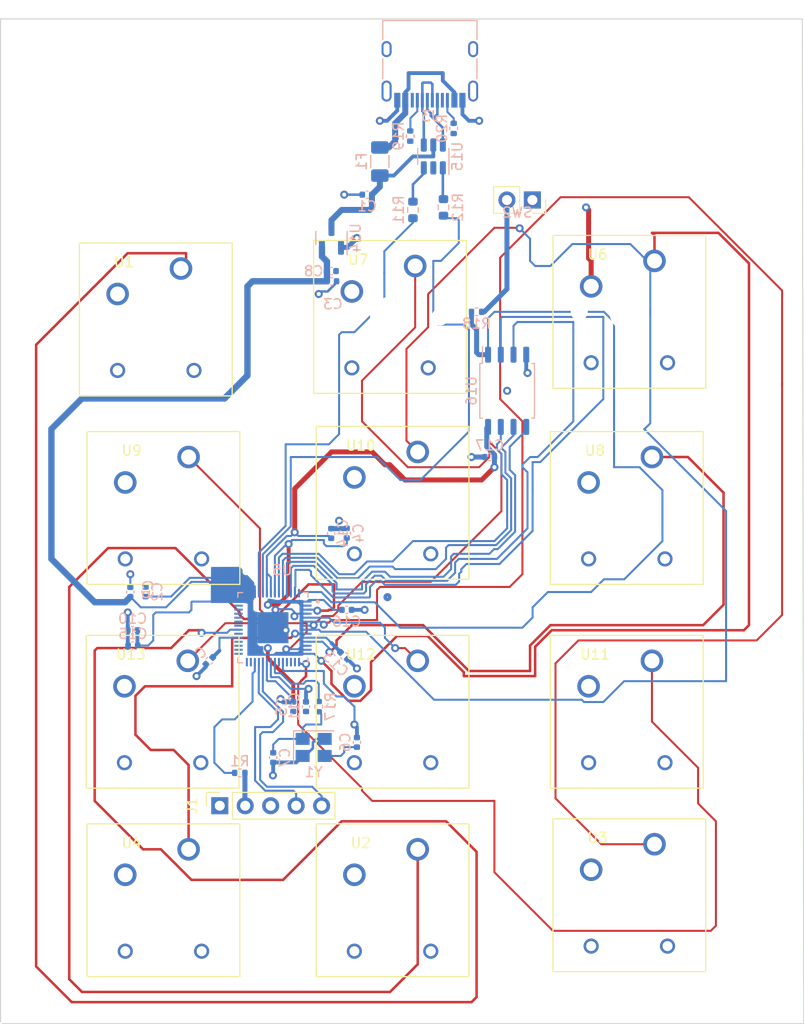
<source format=kicad_pcb>
(kicad_pcb (version 20211014) (generator pcbnew)
  (layers (0 "F.Cu" signal) (31 "B.Cu" signal) (34 "B.Paste" user) (35 "F.Paste" user) (36 "B.SilkS" user "B.Silkscreen") (37 "F.SilkS" user "F.Silkscreen") (38 "B.Mask" user) (39 "F.Mask" user) (44 "Edge.Cuts" user))
  (net 0 "")
  (net 1 "GND")
  (net 2 "+3V3")
  (net 3 "/But_1")
  (net 4 "/But_2")
  (net 5 "/But_3")
  (net 6 "/But_4")
  (net 7 "/But_5")
  (net 8 "/But_6")
  (net 9 "/But_7")
  (net 10 "/But_8")
  (net 11 "/But_9")
  (net 12 "/But_10")
  (net 13 "/But_12")
  (net 14 "/But_11")
  (net 15 "+5V")
  (net 16 "+1V1")
  (net 17 "XTAL_IN")
  (net 18 "/XTAL_O")
  (net 19 "VBUS")
  (net 20 "~{RESET}")
  (net 21 "SWD")
  (net 22 "SWCLK")
  (net 23 "Net-(J3-PadA5)")
  (net 24 "D_USB_P")
  (net 25 "D_USB_N")
  (net 27 "/CC2")
  (net 29 "D_N")
  (net 30 "D_P")
  (net 31 "Net-(R11-Pad2)")
  (net 32 "XTAL_OUT")
  (net 33 "/~{USB_BOOT}")
  (net 34 "CS")
  (net 40 "GPI0 17")
  (net 41 "SD3")
  (net 42 "QSPI_CLK")
  (net 43 "SD0")
  (net 44 "SD2")
  (net 45 "SD1")
  (net 47 "GPIO 18")
  (net 58 "Net-(R12-Pad2)")
  (footprint "Connector_PinSocket_2.54mm:PinSocket_1x02_P2.54mm_Vertical" (layer "F.Cu") (at 144.506 65.303 -90)
    (fp_text reference "SW2")
    (fp_text value "SW_Push")
  )
  (footprint "MX1A-11NN:CHERRY_MX1A-11NN_SWITCH" (layer "F.Cu") (at 107.696 135.128)
    (fp_text reference "U4")
    (fp_text value "MX1A-11NN")
  )
  (footprint "MX1A-11NN:CHERRY_MX1A-11NN_SWITCH" (layer "F.Cu") (at 153.924 96.012)
    (fp_text reference "U8")
    (fp_text value "MX1A-11NN")
  )
  (footprint "MX1A-11NN:CHERRY_MX1A-11NN_SWITCH" (layer "F.Cu") (at 130.302 76.962)
    (fp_text reference "U7")
    (fp_text value "MX1A-11NN")
  )
  (footprint "MX1A-11NN:CHERRY_MX1A-11NN_SWITCH" (layer "F.Cu") (at 107.696 96.012)
    (fp_text reference "U9")
    (fp_text value "MX1A-11NN")
  )
  (footprint "MX1A-11NN:CHERRY_MX1A-11NN_SWITCH" (layer "F.Cu") (at 106.934 77.216)
    (fp_text reference "U1")
    (fp_text value "MX1A-11NN")
  )
  (footprint "MX1A-11NN:CHERRY_MX1A-11NN_SWITCH" (layer "F.Cu") (at 130.556 116.332)
    (fp_text reference "U12")
    (fp_text value "MX1A-11NN")
  )
  (footprint "MX1A-11NN:CHERRY_MX1A-11NN_SWITCH" (layer "F.Cu") (at 130.556 135.128)
    (fp_text reference "U2")
    (fp_text value "MX1A-11NN")
  )
  (footprint "MX1A-11NN:CHERRY_MX1A-11NN_SWITCH" (layer "F.Cu") (at 154.178 134.62)
    (fp_text reference "U3")
    (fp_text value "MX1A-11NN")
  )
  (footprint "MX1A-11NN:CHERRY_MX1A-11NN_SWITCH" (layer "F.Cu") (at 154.178 76.454)
    (fp_text reference "U6")
    (fp_text value "MX1A-11NN")
  )
  (footprint "MX1A-11NN:CHERRY_MX1A-11NN_SWITCH" (layer "F.Cu") (at 153.924 116.332)
    (fp_text reference "U11")
    (fp_text value "MX1A-11NN")
  )
  (footprint "MX1A-11NN:CHERRY_MX1A-11NN_SWITCH" (layer "F.Cu") (at 130.556 95.504)
    (fp_text reference "U10")
    (fp_text value "MX1A-11NN")
  )
  (footprint "Connector_PinSocket_2.54mm:PinSocket_1x05_P2.54mm_Vertical" (layer "F.Cu") (at 113.314 125.705 90)
    (fp_text reference "J1")
    (fp_text value "SWD")
  )
  (footprint "MX1A-11NN:CHERRY_MX1A-11NN_SWITCH" (layer "F.Cu") (at 107.616 116.332)
    (fp_text reference "U13")
    (fp_text value "MX1A-11NN")
  )
  (footprint "Capacitor_SMD:C_0402_1005Metric" (layer "B.Cu") (at 121.92 115.824 -90)
    (fp_text reference "C11")
    (fp_text value "100nF")
  )
  (footprint "Capacitor_SMD:C_0402_1005Metric" (layer "B.Cu") (at 105.918 104.366 90)
    (fp_text reference "C2")
    (fp_text value "1uF")
  )
  (footprint "Capacitor_SMD:C_0402_1005Metric" (layer "B.Cu") (at 124.432 98.552 90)
    (fp_text reference "C14")
    (fp_text value "100nF")
  )
  (footprint "Connector_USB:USB_C_Receptacle_HRO_TYPE-C-31-M-12" (layer "B.Cu") (at 134.276 51.308)
    (fp_text reference "J3")
    (fp_text value "USB_C_Receptacle_USB2.0")
  )
  (footprint "Resistor_SMD:R_0603_1608Metric" (layer "B.Cu") (at 135.636 66.04 90)
    (fp_text reference "R12")
    (fp_text value "27R")
  )
  (footprint "Resistor_SMD:R_0402_1005Metric" (layer "B.Cu") (at 136.652 58.166 -90)
    (fp_text reference "R20")
    (fp_text value "5k1")
  )
  (footprint "Capacitor_SMD:C_0402_1005Metric" (layer "B.Cu") (at 127 119.38 -90)
    (fp_text reference "C6")
    (fp_text value "22pF")
  )
  (footprint "Capacitor_SMD:C_0402_1005Metric" (layer "B.Cu") (at 124.488 73.406 180)
    (fp_text reference "C3")
    (fp_text value "1uF")
  )
  (footprint "Package_TO_SOT_SMD:SOT-23" (layer "B.Cu") (at 124.46 69.088 90)
    (fp_text reference "U14")
    (fp_text value "XC6206PxxxMR-Regulator_Linear")
  )
  (footprint "Capacitor_SMD:C_0402_1005Metric" (layer "B.Cu") (at 125.984 106.172)
    (fp_text reference "C16")
    (fp_text value "100nF")
  )
  (footprint "Capacitor_SMD:C_0402_1005Metric" (layer "B.Cu") (at 128.016 64.77)
    (fp_text reference "C1")
    (fp_text value "1uF")
  )
  (footprint "Capacitor_SMD:C_0402_1005Metric" (layer "B.Cu") (at 104.62 108.204 180)
    (fp_text reference "C10")
    (fp_text value "100nF")
  )
  (footprint "RP2040 (1):QFN40P700X700X90-57N" (layer "B.Cu") (at 118.618 107.95 180)
    (fp_text reference "U5")
    (fp_text value "RP2040")
  )
  (footprint "Package_TO_SOT_SMD:SOT-23-6" (layer "B.Cu") (at 134.62 60.96 90)
    (fp_text reference "U15")
    (fp_text value "USBLC6-2SC6")
  )
  (footprint "Capacitor_SMD:C_0402_1005Metric" (layer "B.Cu") (at 118.646 120.904 90)
    (fp_text reference "C7")
    (fp_text value "22pF")
  )
  (footprint "Resistor_SMD:R_0603_1608Metric" (layer "B.Cu") (at 132.588 66.294 -90)
    (fp_text reference "R11")
    (fp_text value "27R")
  )
  (footprint "Capacitor_SMD:C_0402_1005Metric" (layer "B.Cu") (at 104.394 104.394 90)
    (fp_text reference "C9")
    (fp_text value "1uF")
  )
  (footprint "Resistor_SMD:R_0402_1005Metric" (layer "B.Cu") (at 123.19 115.824 90)
    (fp_text reference "R17")
    (fp_text value "1k")
  )
  (footprint "Resistor_SMD:R_0402_1005Metric" (layer "B.Cu") (at 115.316 122.428 180)
    (fp_text reference "R1")
    (fp_text value "1k")
  )
  (footprint "Capacitor_SMD:C_0402_1005Metric" (layer "B.Cu") (at 124.432 72.39)
    (fp_text reference "C8")
    (fp_text value "10uF")
  )
  (footprint "Package_SO:SOIC-8_5.23x5.23mm_P1.27mm" (layer "B.Cu") (at 141.986 84.328 -90)
    (fp_text reference "U16")
    (fp_text value "W25Q128JVS")
  )
  (footprint "Capacitor_SMD:C_0402_1005Metric" (layer "B.Cu") (at 125.984 98.524 90)
    (fp_text reference "C4")
    (fp_text value "100nF")
  )
  (footprint "Fuse:Fuse_1206_3216Metric" (layer "B.Cu") (at 129.286 61.468 -90)
    (fp_text reference "F1")
    (fp_text value "500mA")
  )
  (footprint "Capacitor_SMD:C_0402_1005Metric" (layer "B.Cu") (at 120.65 115.824 -90)
    (fp_text reference "C5")
    (fp_text value "100nF")
  )
  (footprint "Capacitor_SMD:C_0402_1005Metric" (layer "B.Cu") (at 104.648 109.728 180)
    (fp_text reference "C15")
    (fp_text value "100nF")
  )
  (footprint "Capacitor_SMD:C_0402_1005Metric" (layer "B.Cu") (at 112.268 111.252 -135)
    (fp_text reference "C")
    (fp_text value "100nF")
  )
  (footprint "Capacitor_SMD:C_0402_1005Metric" (layer "B.Cu") (at 140.236 90.932 180)
    (fp_text reference "C17")
    (fp_text value "100nF")
  )
  (footprint "Resistor_SMD:R_0402_1005Metric" (layer "B.Cu") (at 132.318 58.928 -90)
    (fp_text reference "R19")
    (fp_text value "5k1")
  )
  (footprint "Resistor_SMD:R_0402_1005Metric" (layer "B.Cu") (at 138.938 76.454)
    (fp_text reference "R18")
    (fp_text value "1k")
  )
  (footprint "Capacitor_SMD:C_0402_1005Metric" (layer "B.Cu") (at 125.702 110.744 -45)
    (fp_text reference "C13")
    (fp_text value "100nF")
  )
  (footprint "Crystal:Crystal_SMD_3225-4Pin_3.2x2.5mm" (layer "B.Cu") (at 122.682 119.888)
    (fp_text reference "Y1")
    (fp_text value "12MHz")
  )
  (gr_line (start 104.14 109.982) (end 104.14 108.204) (layer "B.Cu") (width 0.381))
  (gr_line (start 171.44 47.244) (end 171.572 147.428) (layer "Edge.Cuts") (width 0.1))
  (gr_line (start 91.572 147.428) (end 171.572 147.428) (layer "Edge.Cuts") (width 0.1))
  (gr_line (start 91.44 47.244) (end 91.44 147.244) (layer "Edge.Cuts") (width 0.1))
  (gr_line (start 91.44 47.244) (end 171.44 47.244) (layer "Edge.Cuts") (width 0.1))
  (segment (start 150.114 71.12) (end 150.114 66.294) (width 0.5) (layer "F.Cu") (net 1))
  (segment (start 150.368 71.374) (end 150.368 73.152) (width 0.5) (layer "F.Cu") (net 1))
  (segment (start 150.114 71.12) (end 150.368 71.374) (width 0.5) (layer "F.Cu") (net 1))
  (segment (start 150.114 66.294) (end 149.86 66.04) (width 0.5) (layer "F.Cu") (net 1))
  (via (at 110.998 112.776) (size 0.8) (drill 0.4) (layers "F.Cu" "B.Cu") (net 1))
  (via (at 139.192 57.404) (size 0.8) (drill 0.4) (layers "F.Cu" "B.Cu") (net 1))
  (via (at 127.762 106.172) (size 0.8) (drill 0.4) (layers "F.Cu" "B.Cu") (net 1))
  (via (at 125.222 97.282) (size 0.8) (drill 0.4) (layers "F.Cu" "B.Cu") (net 1))
  (via (at 141.986 84.328) (size 0.8) (drill 0.4) (layers "F.Cu" "B.Cu") (net 1))
  (via (at 129.286 57.404) (size 0.8) (drill 0.4) (layers "F.Cu" "B.Cu") (net 1))
  (via (at 127 69.088) (size 0.8) (drill 0.4) (layers "F.Cu" "B.Cu") (net 1))
  (via (at 125.73 64.77) (size 0.8) (drill 0.4) (layers "F.Cu" "B.Cu") (net 1))
  (via (at 127 112.014) (size 0.8) (drill 0.4) (layers "F.Cu" "B.Cu") (net 1))
  (via (at 104.394 102.616) (size 0.8) (drill 0.4) (layers "F.Cu" "B.Cu") (net 1))
  (via (at 126.746 117.602) (size 0.8) (drill 0.4) (layers "F.Cu" "B.Cu") (net 1))
  (via (at 149.86 66.04) (size 0.8) (drill 0.4) (layers "F.Cu" "B.Cu") (net 1))
  (via (at 144.018 82.55) (size 0.8) (drill 0.4) (layers "F.Cu" "B.Cu") (net 1))
  (via (at 104.14 106.426) (size 0.8) (drill 0.4) (layers "F.Cu" "B.Cu") (net 1))
  (via (at 123.19 74.676) (size 0.8) (drill 0.4) (layers "F.Cu" "B.Cu") (net 1))
  (via (at 118.618 122.682) (size 0.8) (drill 0.4) (layers "F.Cu" "B.Cu") (net 1))
  (via (at 138.43 90.932) (size 0.8) (drill 0.4) (layers "F.Cu" "B.Cu") (net 1))
  (segment (start 121.835022 120.738) (end 122.608511 119.964511) (width 0.254) (layer "B.Cu") (net 1))
  (segment (start 137.526 56.754) (end 137.526 55.353) (width 0.381) (layer "B.Cu") (net 1))
  (segment (start 119.748012 112.268) (end 119.613 112.132988) (width 0.2) (layer "B.Cu") (net 1))
  (segment (start 126.069411 111.083411) (end 127 112.014) (width 0.381) (layer "B.Cu") (net 1))
  (segment (start 118.646 121.384) (end 120.936 121.384) (width 0.381) (layer "B.Cu") (net 1))
  (segment (start 143.891 80.728) (end 143.891 82.423) (width 0.381) (layer "B.Cu") (net 1))
  (segment (start 143.891 82.423) (end 144.018 82.55) (width 0.381) (layer "B.Cu") (net 1))
  (segment (start 104.14 106.68) (end 104.14 106.426) (width 0.25) (layer "B.Cu") (net 1))
  (segment (start 127 117.856) (end 126.746 117.602) (width 0.381) (layer "B.Cu") (net 1))
  (segment (start 125.956 98.072) (end 125.984 98.044) (width 0.5) (layer "B.Cu") (net 1))
  (segment (start 126.464 106.172) (end 127.762 106.172) (width 0.381) (layer "B.Cu") (net 1))
  (segment (start 127.536 64.77) (end 125.73 64.77) (width 0.25) (layer "B.Cu") (net 1))
  (segment (start 126.746 117.602) (end 126.755521 117.592479) (width 0.2) (layer "B.Cu") (net 1))
  (segment (start 139.046255 57.404) (end 138.176 57.404) (width 0.381) (layer "B.Cu") (net 1))
  (segment (start 123.698 112.268) (end 119.748012 112.268) (width 0.2) (layer "B.Cu") (net 1))
  (segment (start 104.14 108.204) (end 104.14 106.68) (width 0.381) (layer "B.Cu") (net 1))
  (segment (start 124.968 73.406) (end 124.968 73.532265) (width 0.25) (layer "B.Cu") (net 1))
  (segment (start 126.755521 117.592479) (end 126.755521 115.833521) (width 0.2) (layer "B.Cu") (net 1))
  (segment (start 126.0625 70.0255) (end 127 69.088) (width 0.5) (layer "B.Cu") (net 1))
  (segment (start 126.755521 115.833521) (end 125.73 114.808) (width 0.2) (layer "B.Cu") (net 1))
  (segment (start 138.176 57.404) (end 137.526 56.754) (width 0.381) (layer "B.Cu") (net 1))
  (segment (start 122.608511 119.38) (end 122.950511 119.038) (width 0.254) (layer "B.Cu") (net 1))
  (segment (start 124.077479 74.422786) (end 123.443214 74.422786) (width 0.25) (layer "B.Cu") (net 1))
  (segment (start 125.41 70.0255) (end 126.0625 70.0255) (width 0.5) (layer "B.Cu") (net 1))
  (segment (start 131.026 56.388511) (end 130.010511 57.404) (width 0.381) (layer "B.Cu") (net 1))
  (segment (start 121.582 120.738) (end 121.835022 120.738) (width 0.254) (layer "B.Cu") (net 1))
  (segment (start 122.950511 119.038) (end 123.782 119.038) (width 0.254) (layer "B.Cu") (net 1))
  (segment (start 122.608511 119.964511) (end 122.608511 119.38) (width 0.254) (layer "B.Cu") (net 1))
  (segment (start 120.936 121.384) (end 121.582 120.738) (width 0.381) (layer "B.Cu") (net 1))
  (segment (start 127 118.9) (end 127 117.856) (width 0.381) (layer "B.Cu") (net 1))
  (segment (start 119.613 112.132988) (end 119.613 111.3825) (width 0.2) (layer "B.Cu") (net 1))
  (segment (start 124.968 114.808) (end 123.698 113.538) (width 0.2) (layer "B.Cu") (net 1))
  (segment (start 139.756 90.932) (end 138.43 90.932) (width 0.5) (layer "B.Cu") (net 1))
  (segment (start 125.73 114.808) (end 124.968 114.808) (width 0.2) (layer "B.Cu") (net 1))
  (segment (start 126.041411 111.083411) (end 126.069411 111.083411) (width 0.381) (layer "B.Cu") (net 1))
  (segment (start 111.928589 111.845411) (end 110.998 112.776) (width 0.381) (layer "B.Cu") (net 1))
  (segment (start 111.928589 111.591411) (end 111.928589 111.845411) (width 0.381) (layer "B.Cu") (net 1))
  (segment (start 130.010511 57.404) (end 129.286 57.404) (width 0.381) (layer "B.Cu") (net 1))
  (segment (start 123.443214 74.422786) (end 123.19 74.676) (width 0.25) (layer "B.Cu") (net 1))
  (segment (start 131.026 55.353) (end 131.026 56.388511) (width 0.381) (layer "B.Cu") (net 1))
  (segment (start 104.394 103.914) (end 104.394 102.616) (width 0.2) (layer "B.Cu") (net 1))
  (segment (start 118.646 122.654) (end 118.618 122.682) (width 0.381) (layer "B.Cu") (net 1))
  (segment (start 123.698 113.538) (end 123.698 112.268) (width 0.2) (layer "B.Cu") (net 1))
  (segment (start 124.968 73.532265) (end 124.077479 74.422786) (width 0.25) (layer "B.Cu") (net 1))
  (segment (start 124.432 98.072) (end 125.956 98.072) (width 0.5) (layer "B.Cu") (net 1))
  (segment (start 118.646 121.384) (end 118.646 122.654) (width 0.381) (layer "B.Cu") (net 1))
  (segment (start 120.792125 98.440125) (end 120.792125 94.091875) (width 0.5) (layer "F.Cu") (net 2))
  (segment (start 124.46 90.424) (end 128.524 90.424) (width 0.5) (layer "F.Cu") (net 2))
  (segment (start 120.792125 94.091875) (end 124.46 90.424) (width 0.5) (layer "F.Cu") (net 2))
  (segment (start 131.796231 93.218) (end 139.446 93.218) (width 0.5) (layer "F.Cu") (net 2))
  (segment (start 129.794 91.694) (end 130.272231 91.694) (width 0.5) (layer "F.Cu") (net 2))
  (segment (start 130.272231 91.694) (end 131.796231 93.218) (width 0.5) (layer "F.Cu") (net 2))
  (segment (start 139.446 93.218) (end 140.716 91.948) (width 0.5) (layer "F.Cu") (net 2))
  (segment (start 128.524 90.424) (end 129.794 91.694) (width 0.5) (layer "F.Cu") (net 2))
  (via (at 122.174 114.046) (size 0.8) (drill 0.4) (layers "F.Cu" "B.Cu") (net 2))
  (via (at 120.792125 98.440125) (size 0.8) (drill 0.4) (layers "F.Cu" "B.Cu") (net 2))
  (via (at 140.716 91.948) (size 0.8) (drill 0.4) (layers "F.Cu" "B.Cu") (net 2))
  (segment (start 116.413 105.075) (end 116.413 104.5075) (width 0.2) (layer "B.Cu") (net 2))
  (segment (start 110.49 105.41) (end 110.55452 105.34548) (width 0.2) (layer "B.Cu") (net 2))
  (segment (start 120.792125 98.440125) (end 121.158 98.806) (width 0.2) (layer "B.Cu") (net 2))
  (segment (start 140.716 90.932) (end 140.716 91.948) (width 0.5) (layer "B.Cu") (net 2))
  (segment (start 113.792 85.09) (end 99.568 85.09) (width 0.635) (layer "B.Cu") (net 2))
  (segment (start 118.01252 102.51852) (end 118.413 102.919) (width 0.2) (layer "B.Cu") (net 2))
  (segment (start 104.394 104.874) (end 105.438 105.918) (width 0.2) (layer "B.Cu") (net 2))
  (segment (start 109.474 104.394) (end 110.49 103.378) (width 0.2) (layer "B.Cu") (net 2))
  (segment (start 123.669497 105.184503) (end 122.210997 105.184503) (width 0.2) (layer "B.Cu") (net 2))
  (segment (start 106.934 106.426) (end 110.236 106.426) (width 0.2) (layer "B.Cu") (net 2))
  (segment (start 120.42625 98.806) (end 120.792125 98.440125) (width 0.2) (layer "B.Cu") (net 2))
  (segment (start 116.078 82.804) (end 113.792 85.09) (width 0.635) (layer "B.Cu") (net 2))
  (segment (start 123.51 70.932) (end 124.008 71.43) (width 0.635) (layer "B.Cu") (net 2))
  (segment (start 116.078 103.886) (end 116.413 104.221) (width 0.2) (layer "B.Cu") (net 2))
  (segment (start 116.413 104.221) (end 116.413 104.5075) (width 0.2) (layer "B.Cu") (net 2))
  (segment (start 99.568 85.09) (end 96.52 88.138) (width 0.635) (layer "B.Cu") (net 2))
  (segment (start 110.49 103.378) (end 111.506 103.378) (width 0.2) (layer "B.Cu") (net 2))
  (segment (start 121.92 114.3) (end 122.174 114.046) (width 0.381) (layer "B.Cu") (net 2))
  (segment (start 122.174 114.046) (end 120.396 114.046) (width 0.2) (layer "B.Cu") (net 2))
  (segment (start 107.95 105.918) (end 109.474 104.394) (width 0.2) (layer "B.Cu") (net 2))
  (segment (start 118.01252 104.750225) (end 118.013 104.749745) (width 0.2) (layer "B.Cu") (net 2))
  (segment (start 116.013 105.221) (end 115.889 105.345) (width 0.2) (layer "B.Cu") (net 2))
  (segment (start 123.931 108.945) (end 122.0505 108.945) (width 0.2) (layer "B.Cu") (net 2))
  (segment (start 125.362589 110.404589) (end 125.362589 110.376589) (width 0.381) (layer "B.Cu") (net 2))
  (segment (start 113.305 108.945) (end 115.1755 108.945) (width 0.2) (layer "B.Cu") (net 2))
  (segment (start 106.68 109.22) (end 106.68 106.68) (width 0.2) (layer "B.Cu") (net 2))
  (segment (start 115.826 125.677) (end 115.854 125.705) (width 0.5) (layer "B.Cu") (net 2))
  (segment (start 116.078 103.886) (end 116.078 104.902) (width 0.2) (layer "B.Cu") (net 2))
  (segment (start 115.57 103.378) (end 115.824 103.632) (width 0.2) (layer "B.Cu") (net 2))
  (segment (start 105.1 108.204) (end 105.1 109.7) (width 0.381) (layer "B.Cu") (net 2))
  (segment (start 113.284 110.236) (end 113.284 108.966) (width 0.2) (layer "B.Cu") (net 2))
  (segment (start 124.008 71.43) (end 124.008 73.406) (width 0.635) (layer "B.Cu") (net 2))
  (segment (start 110.55452 105.34548) (end 115.57 105.34548) (width 0.2) (layer "B.Cu") (net 2))
  (segment (start 124.008 73.406) (end 116.586 73.406) (width 0.635) (layer "B.Cu") (net 2))
  (segment (start 118.413 102.919) (end 118.413 104.5075) (width 0.2) (layer "B.Cu") (net 2))
  (segment (start 116.078 73.914) (end 116.078 82.804) (width 0.635) (layer "B.Cu") (net 2))
  (segment (start 140.716 90.678) (end 139.954 89.916) (width 0.5) (layer "B.Cu") (net 2))
  (segment (start 140.716 90.932) (end 140.716 90.678) (width 0.5) (layer "B.Cu") (net 2))
  (segment (start 115.889 105.345) (end 116.143 105.345) (width 0.2) (layer "B.Cu") (net 2))
  (segment (start 118.01252 101.95148) (end 118.01252 104.750225) (width 0.2) (layer "B.Cu") (net 2))
  (segment (start 121.158 98.806) (end 124.206 98.806) (width 0.2) (layer "B.Cu") (net 2))
  (segment (start 115.826 122.428) (end 115.826 125.677) (width 0.5) (layer "B.Cu") (net 2))
  (segment (start 110.236 106.426) (end 110.49 106.172) (width 0.2) (layer "B.Cu") (net 2))
  (segment (start 118.01252 100.795492) (end 118.01252 101.95148) (width 0.2) (layer "B.Cu") (net 2))
  (segment (start 121.92 115.344) (end 121.92 114.3) (width 0.381) (layer "B.Cu") (net 2))
  (segment (start 106.172 109.728) (end 106.68 109.22) (width 0.2) (layer "B.Cu") (net 2))
  (segment (start 112.607411 110.912589) (end 113.284 110.236) (width 0.381) (layer "B.Cu") (net 2))
  (segment (start 124.656994 106.172) (end 123.669497 105.184503) (width 0.2) (layer "B.Cu") (net 2))
  (segment (start 118.013 104.749745) (end 118.013 104.5075) (width 0.2) (layer "B.Cu") (net 2))
  (segment (start 105.438 105.918) (end 106.68 105.918) (width 0.2) (layer "B.Cu") (net 2))
  (segment (start 116.586 73.406) (end 116.078 73.914) (width 0.635) (layer "B.Cu") (net 2))
  (segment (start 120.002012 98.806) (end 118.01252 100.795492) (width 0.2) (layer "B.Cu") (net 2))
  (segment (start 96.52 88.138) (end 96.52 101.092) (width 0.635) (layer "B.Cu") (net 2))
  (segment (start 100.838 105.41) (end 103.858 105.41) (width 0.635) (layer "B.Cu") (net 2))
  (segment (start 119.234481 112.884481) (end 118.472481 112.884481) (width 0.2) (layer "B.Cu") (net 2))
  (segment (start 120.002012 98.806) (end 120.42625 98.806) (width 0.2) (layer "B.Cu") (net 2))
  (segment (start 96.52 101.092) (end 100.838 105.41) (width 0.635) (layer "B.Cu") (net 2))
  (segment (start 125.504 106.172) (end 124.656994 106.172) (width 0.2) (layer "B.Cu") (net 2))
  (segment (start 115.316 103.378) (end 115.57 103.378) (width 0.2) (layer "B.Cu") (net 2))
  (segment (start 124.206 98.806) (end 124.432 99.032) (width 0.2) (layer "B.Cu") (net 2))
  (segment (start 139.954 88.055) (end 140.081 87.928) (width 0.5) (layer "B.Cu") (net 2))
  (segment (start 118.472481 112.884481) (end 118.413 112.825) (width 0.2) (layer "B.Cu") (net 2))
  (segment (start 106.68 106.68) (end 106.934 106.426) (width 0.2) (layer "B.Cu") (net 2))
  (segment (start 103.858 105.41) (end 104.394 104.874) (width 0.635) (layer "B.Cu") (net 2))
  (segment (start 122.210997 105.184503) (end 122.0505 105.345) (width 0.2) (layer "B.Cu") (net 2))
  (segment (start 123.51 70.0255) (end 123.51 70.932) (width 0.635) (layer "B.Cu") (net 2))
  (segment (start 111.506 103.378) (end 115.316 103.378) (width 0.2) (layer "B.Cu") (net 2))
  (segment (start 118.01252 101.95148) (end 118.01252 102.51852) (width 0.2) (layer "B.Cu") (net 2))
  (segment (start 116.013 104.5075) (end 116.013 105.221) (width 0.2) (layer "B.Cu") (net 2))
  (segment (start 125.362589 110.376589) (end 124.46 109.474) (width 0.381) (layer "B.Cu") (net 2))
  (segment (start 115.824 103.632) (end 116.078 103.886) (width 0.2) (layer "B.Cu") (net 2))
  (segment (start 139.954 89.916) (end 139.954 88.055) (width 0.5) (layer "B.Cu") (net 2))
  (segment (start 115.1755 105.345) (end 115.889 105.345) (width 0.2) (layer "B.Cu") (net 2))
  (segment (start 105.128 109.728) (end 106.172 109.728) (width 0.2) (layer "B.Cu") (net 2))
  (segment (start 105.1 109.7) (end 105.128 109.728) (width 0.25) (layer "B.Cu") (net 2))
  (segment (start 120.396 114.046) (end 119.234481 112.884481) (width 0.2) (layer "B.Cu") (net 2))
  (segment (start 113.284 108.966) (end 113.305 108.945) (width 0.2) (layer "B.Cu") (net 2))
  (segment (start 110.49 106.172) (end 110.49 105.41) (width 0.2) (layer "B.Cu") (net 2))
  (segment (start 106.68 105.918) (end 107.95 105.918) (width 0.2) (layer "B.Cu") (net 2))
  (segment (start 124.46 109.474) (end 123.931 108.945) (width 0.2) (layer "B.Cu") (net 2))
  (segment (start 118.413 112.825) (end 118.413 111.3825) (width 0.2) (layer "B.Cu") (net 2))
  (segment (start 116.143 105.345) (end 116.413 105.075) (width 0.2) (layer "B.Cu") (net 2))
  (segment (start 115.277265 106.388511) (end 115.277265 106.641265) (width 0.25) (layer "F.Cu") (net 3))
  (segment (start 98.298 143.002) (end 98.298 103.886) (width 0.25) (layer "F.Cu") (net 3))
  (segment (start 124.46 106.172) (end 124.206 106.172) (width 0.25) (layer "F.Cu") (net 3))
  (segment (start 99.568 144.272) (end 98.298 143.002) (width 0.25) (layer "F.Cu") (net 3))
  (segment (start 119.417489 106.388511) (end 122.174 103.632) (width 0.25) (layer "F.Cu") (net 3))
  (segment (start 130.302 144.272) (end 99.568 144.272) (width 0.25) (layer "F.Cu") (net 3))
  (segment (start 115.277265 106.641265) (end 115.715969 107.079969) (width 0.25) (layer "F.Cu") (net 3))
  (segment (start 108.902243 100.013489) (end 115.277265 106.388511) (width 0.25) (layer "F.Cu") (net 3))
  (segment (start 124.206 106.172) (end 124.12798 106.25002) (width 0.25) (layer "F.Cu") (net 3))
  (segment (start 124.714 105.918) (end 124.46 106.172) (width 0.25) (layer "F.Cu") (net 3))
  (segment (start 133.066 141.508) (end 130.302 144.272) (width 0.25) (layer "F.Cu") (net 3))
  (segment (start 119.417489 107.04248) (end 119.417489 106.388511) (width 0.25) (layer "F.Cu") (net 3))
  (segment (start 119.38 107.079969) (end 119.417489 107.04248) (width 0.25) (layer "F.Cu") (net 3))
  (segment (start 122.174 103.632) (end 124.714 103.632) (width 0.25) (layer "F.Cu") (net 3))
  (segment (start 98.298 103.886) (end 102.170511 100.013489) (width 0.25) (layer "F.Cu") (net 3))
  (segment (start 102.170511 100.013489) (end 108.902243 100.013489) (width 0.25) (layer "F.Cu") (net 3))
  (segment (start 124.714 103.632) (end 124.714 105.918) (width 0.25) (layer "F.Cu") (net 3))
  (segment (start 133.066 130.048) (end 133.066 141.508) (width 0.25) (layer "F.Cu") (net 3))
  (segment (start 124.12798 106.25002) (end 123.043565 106.25002) (width 0.25) (layer "F.Cu") (net 3))
  (segment (start 115.715969 107.079969) (end 119.38 107.079969) (width 0.25) (layer "F.Cu") (net 3))
  (via (at 123.043565 106.25002) (size 0.8) (drill 0.4) (layers "F.Cu" "B.Cu") (net 3))
  (segment (start 123.043565 106.25002) (end 122.943545 106.15) (width 0.2) (layer "B.Cu") (net 3))
  (segment (start 122.943545 106.15) (end 122.053 106.15) (width 0.2) (layer "B.Cu") (net 3))
  (via (at 118.872 106.172) (size 0.8) (drill 0.4) (layers "F.Cu" "B.Cu") (net 4))
  (via (at 120.767502 106.804989) (size 0.8) (drill 0.4) (layers "F.Cu" "B.Cu") (net 4))
  (segment (start 130.814299 109.986299) (end 131.800299 109.986299) (width 0.2) (layer "F.Cu") (net 5))
  (segment (start 131.800299 109.986299) (end 133.066 111.252) (width 0.2) (layer "F.Cu") (net 5))
  (via (at 130.814299 109.986299) (size 0.8) (drill 0.4) (layers "F.Cu" "B.Cu") (net 5))
  (segment (start 129.794 107.95) (end 129.794 108.966) (width 0.2) (layer "B.Cu") (net 5))
  (segment (start 124.206 106.934) (end 124.714 107.442) (width 0.2) (layer "B.Cu") (net 5))
  (segment (start 122.053 106.95) (end 122.05348 106.94952) (width 0.2) (layer "B.Cu") (net 5))
  (segment (start 129.286 107.442) (end 129.794 107.95) (width 0.2) (layer "B.Cu") (net 5))
  (segment (start 122.05348 106.94952) (end 124.19048 106.94952) (width 0.2) (layer "B.Cu") (net 5))
  (segment (start 129.794 108.966) (end 130.814299 109.986299) (width 0.2) (layer "B.Cu") (net 5))
  (segment (start 124.19048 106.94952) (end 124.206 106.934) (width 0.2) (layer "B.Cu") (net 5))
  (segment (start 124.714 107.442) (end 129.286 107.442) (width 0.2) (layer "B.Cu") (net 5))
  (via (at 123.695858 107.64902) (size 0.8) (drill 0.4) (layers "F.Cu" "B.Cu") (net 6))
  (segment (start 134.102479 74.687141) (end 140.71762 68.072) (width 0.2) (layer "F.Cu") (net 7))
  (segment (start 124.46 107.188) (end 124.206 107.442) (width 0.2) (layer "F.Cu") (net 7))
  (segment (start 141.415511 90.615511) (end 140.208 89.408) (width 0.2) (layer "F.Cu") (net 7))
  (segment (start 140.208 89.408) (end 140.208 90.932) (width 0.2) (layer "F.Cu") (net 7))
  (segment (start 124.206 107.442) (end 123.902878 107.442) (width 0.2) (layer "F.Cu") (net 7))
  (segment (start 132.08 91.948) (end 127.508 87.376) (width 0.2) (layer "F.Cu") (net 7))
  (segment (start 124.60552 106.78848) (end 125.13852 106.25548) (width 0.2) (layer "F.Cu") (net 7))
  (segment (start 129.032 107.188) (end 124.46 107.188) (width 0.2) (layer "F.Cu") (net 7))
  (segment (start 160.112362 65.024) (end 147.32 65.024) (width 0.2) (layer "F.Cu") (net 7))
  (segment (start 140.71762 68.072) (end 143.002 68.072) (width 0.2) (layer "F.Cu") (net 7))
  (segment (start 127.508 87.376) (end 127.508 83.312) (width 0.2) (layer "F.Cu") (net 7))
  (segment (start 169.418 106.68) (end 169.418 105.156) (width 0.2) (layer "F.Cu") (net 7))
  (segment (start 127.508 103.378) (end 134.366 103.378) (width 0.2) (layer "F.Cu") (net 7))
  (segment (start 143.51 102.616) (end 142.24 103.886) (width 0.2) (layer "F.Cu") (net 7))
  (segment (start 134.366 103.378) (end 141.415511 96.328489) (width 0.2) (layer "F.Cu") (net 7))
  (segment (start 147.066 111.252) (end 149.098 109.22) (width 0.2) (layer "F.Cu") (net 7))
  (segment (start 122.936 107.419619) (end 123.567139 106.78848) (width 0.2) (layer "F.Cu") (net 7))
  (segment (start 129.00654 104.183947) (end 129.00654 107.16254) (width 0.2) (layer "F.Cu") (net 7))
  (segment (start 122.936 107.442) (end 122.936 107.419619) (width 0.2) (layer "F.Cu") (net 7))
  (segment (start 125.13852 106.25548) (end 125.13852 105.74748) (width 0.2) (layer "F.Cu") (net 7))
  (segment (start 131.941 80.149) (end 134.102479 77.987521) (width 0.2) (layer "F.Cu") (net 7))
  (segment (start 169.418 105.156) (end 169.418 83.82) (width 0.2) (layer "F.Cu") (net 7))
  (segment (start 123.567139 106.78848) (end 124.60552 106.78848) (width 0.2) (layer "F.Cu") (net 7))
  (segment (start 146.812 111.506) (end 147.066 111.252) (width 0.2) (layer "F.Cu") (net 7))
  (segment (start 127.508 83.312) (end 132.812 78.008) (width 0.2) (layer "F.Cu") (net 7))
  (segment (start 133.066 90.424) (end 131.941 89.299) (width 0.2) (layer "F.Cu") (net 7))
  (segment (start 142.24 103.886) (end 129.304487 103.886) (width 0.2) (layer "F.Cu") (net 7))
  (segment (start 169.418 74.329638) (end 160.112362 65.024) (width 0.2) (layer "F.Cu") (net 7))
  (segment (start 123.902878 107.442) (end 123.695858 107.64902) (width 0.2) (layer "F.Cu") (net 7))
  (segment (start 141.286489 71.057511) (end 141.286489 85.152489) (width 0.2) (layer "F.Cu") (net 7))
  (segment (start 166.878 109.22) (end 169.418 106.68) (width 0.2) (layer "F.Cu") (net 7))
  (segment (start 132.812 78.008) (end 132.812 71.882) (width 0.2) (layer "F.Cu") (net 7))
  (segment (start 169.418 83.82) (end 169.418 83.566) (width 0.2) (layer "F.Cu") (net 7))
  (segment (start 129.00654 107.16254) (end 129.032 107.188) (width 0.2) (layer "F.Cu") (net 7))
  (segment (start 139.192 91.948) (end 132.08 91.948) (width 0.2) (layer "F.Cu") (net 7))
  (segment (start 147.32 65.024) (end 141.286489 71.057511) (width 0.2) (layer "F.Cu") (net 7))
  (segment (start 129.304487 103.886) (end 129.00654 104.183947) (width 0.2) (layer "F.Cu") (net 7))
  (segment (start 149.098 109.22) (end 166.878 109.22) (width 0.2) (layer "F.Cu") (net 7))
  (segment (start 156.688 129.54) (end 151.384 129.54) (width 0.2) (layer "F.Cu") (net 7))
  (segment (start 134.102479 77.987521) (end 134.102479 74.687141) (width 0.2) (layer "F.Cu") (net 7))
  (segment (start 125.13852 105.74748) (end 127.508 103.378) (width 0.2) (layer "F.Cu") (net 7))
  (segment (start 131.941 89.299) (end 131.941 80.149) (width 0.2) (layer "F.Cu") (net 7))
  (segment (start 151.384 129.54) (end 146.812 124.968) (width 0.2) (layer "F.Cu") (net 7))
  (segment (start 140.208 90.932) (end 139.192 91.948) (width 0.2) (layer "F.Cu") (net 7))
  (segment (start 169.418 83.82) (end 169.418 74.329638) (width 0.2) (layer "F.Cu") (net 7))
  (segment (start 146.812 124.968) (end 146.812 111.506) (width 0.2) (layer "F.Cu") (net 7))
  (segment (start 141.286489 85.152489) (end 143.51 87.376) (width 0.2) (layer "F.Cu") (net 7))
  (segment (start 141.415511 96.328489) (end 141.415511 90.615511) (width 0.2) (layer "F.Cu") (net 7))
  (segment (start 143.51 87.376) (end 143.51 102.616) (width 0.2) (layer "F.Cu") (net 7))
  (via (at 122.681989 107.696) (size 0.8) (drill 0.4) (layers "F.Cu" "B.Cu") (net 7))
  (via (at 130.048 104.902) (size 0.8) (drill 0.1) (layers "F.Cu" "B.Cu") (net 7))
  (segment (start 156.267421 71.685421) (end 154.277489 69.695489) (width 0.2) (layer "B.Cu") (net 7))
  (segment (start 134.690479 115.132479) (end 149.422479 115.132479) (width 0.2) (layer "B.Cu") (net 7))
  (segment (start 144.272 71.374) (end 144.272 69.168) (width 0.2) (layer "B.Cu") (net 7))
  (segment (start 149.422479 115.132479) (end 149.651322 115.361322) (width 0.2) (layer "B.Cu") (net 7))
  (segment (start 144.78 71.882) (end 144.272 71.374) (width 0.2) (layer "B.Cu") (net 7))
  (segment (start 163.83 96.313436) (end 155.678282 88.161718) (width 0.2) (layer "B.Cu") (net 7))
  (segment (start 163.83 113.284) (end 163.83 96.313436) (width 0.2) (layer "B.Cu") (net 7))
  (segment (start 144.272 69.168) (end 143.229378 68.125378) (width 0.2) (layer "B.Cu") (net 7))
  (segment (start 123.207579 108.15) (end 123.40611 108.348531) (width 0.2) (layer "B.Cu") (net 7))
  (segment (start 149.651322 115.361322) (end 151.580579 115.361322) (width 0.2) (layer "B.Cu") (net 7))
  (segment (start 123.396358 107.34952) (end 122.33552 107.34952) (width 0.2) (layer "B.Cu") (net 7))
  (segment (start 151.580579 115.361322) (end 153.657901 113.284) (width 0.2) (layer "B.Cu") (net 7))
  (segment (start 123.40611 108.348531) (end 127.906531 108.348531) (width 0.2) (layer "B.Cu") (net 7))
  (segment (start 123.695858 107.64902) (end 123.396358 107.34952) (width 0.2) (layer "B.Cu") (net 7))
  (segment (start 146.304 71.882) (end 144.78 71.882) (width 0.2) (layer "B.Cu") (net 7))
  (segment (start 155.678282 88.161718) (end 156.267421 87.572579) (width 0.2) (layer "B.Cu") (net 7))
  (segment (start 154.277489 69.695489) (end 148.490511 69.695489) (width 0.2) (layer "B.Cu") (net 7))
  (segment (start 155.678282 88.161718) (end 155.654564 88.138) (width 0.2) (layer "B.Cu") (net 7))
  (segment (start 153.657901 113.284) (end 163.83 113.284) (width 0.2) (layer "B.Cu") (net 7))
  (segment (start 148.490511 69.695489) (end 146.304 71.882) (width 0.2) (layer "B.Cu") (net 7))
  (segment (start 156.267421 87.572579) (end 156.267421 71.685421) (width 0.2) (layer "B.Cu") (net 7))
  (segment (start 127.906531 108.348531) (end 134.690479 115.132479) (width 0.2) (layer "B.Cu") (net 7))
  (segment (start 122.053 108.15) (end 123.207579 108.15) (width 0.2) (layer "B.Cu") (net 7))
  (via (at 143.229378 68.125378) (size 0.8) (drill 0.4) (layers "F.Cu" "B.Cu") (net 8))
  (segment (start 104.902 118.618) (end 104.902 114.745919) (width 0.25) (layer "F.Cu") (net 9))
  (segment (start 120.401546 108.966) (end 120.830318 108.537228) (width 0.25) (layer "F.Cu") (net 9))
  (segment (start 104.902 114.745919) (end 105.855919 113.792) (width 0.25) (layer "F.Cu") (net 9))
  (segment (start 106.426 120.142) (end 104.902 118.618) (width 0.25) (layer "F.Cu") (net 9))
  (segment (start 114.554 113.792) (end 114.554 108.966) (width 0.25) (layer "F.Cu") (net 9))
  (segment (start 105.855919 113.792) (end 114.554 113.792) (width 0.25) (layer "F.Cu") (net 9))
  (segment (start 108.712 120.142) (end 106.426 120.142) (width 0.25) (layer "F.Cu") (net 9))
  (segment (start 114.554 108.966) (end 120.401546 108.966) (width 0.25) (layer "F.Cu") (net 9))
  (segment (start 110.206 130.048) (end 110.206 121.636) (width 0.25) (layer "F.Cu") (net 9))
  (segment (start 110.206 121.636) (end 108.712 120.142) (width 0.25) (layer "F.Cu") (net 9))
  (via (at 120.830318 108.537228) (size 0.8) (drill 0.4) (layers "F.Cu" "B.Cu") (net 9))
  (segment (start 120.84261 108.54952) (end 121.880974 108.54952) (width 0.2) (layer "B.Cu") (net 9))
  (segment (start 120.830318 108.537228) (end 120.84261 108.54952) (width 0.2) (layer "B.Cu") (net 9))
  (segment (start 138.176 112.268) (end 133.604 107.696) (width 0.25) (layer "F.Cu") (net 10))
  (segment (start 144.272 112.268) (end 138.176 112.268) (width 0.25) (layer "F.Cu") (net 10))
  (segment (start 126.492 107.696) (end 124.968 109.22) (width 0.25) (layer "F.Cu") (net 10))
  (segment (start 133.604 107.696) (end 126.492 107.696) (width 0.25) (layer "F.Cu") (net 10))
  (segment (start 156.434 90.932) (end 160.02 90.932) (width 0.25) (layer "F.Cu") (net 10))
  (segment (start 163.576 105.664) (end 161.544 107.696) (width 0.25) (layer "F.Cu") (net 10))
  (segment (start 144.272 109.728) (end 144.272 112.268) (width 0.25) (layer "F.Cu") (net 10))
  (segment (start 160.02 90.932) (end 163.576 94.488) (width 0.25) (layer "F.Cu") (net 10))
  (segment (start 163.576 94.488) (end 163.576 105.664) (width 0.25) (layer "F.Cu") (net 10))
  (segment (start 124.968 109.728) (end 124.319538 110.376462) (width 0.25) (layer "F.Cu") (net 10))
  (segment (start 124.319538 110.376462) (end 124.245233 110.376462) (width 0.25) (layer "F.Cu") (net 10))
  (segment (start 146.304 107.696) (end 144.272 109.728) (width 0.25) (layer "F.Cu") (net 10))
  (segment (start 161.544 107.696) (end 146.304 107.696) (width 0.25) (layer "F.Cu") (net 10))
  (segment (start 124.968 109.22) (end 124.968 109.728) (width 0.25) (layer "F.Cu") (net 10))
  (via (at 124.245233 110.376462) (size 0.8) (drill 0.4) (layers "F.Cu" "B.Cu") (net 10))
  (segment (start 124.245233 110.376462) (end 124.245233 110.021233) (width 0.2) (layer "B.Cu") (net 10))
  (segment (start 124.245233 110.021233) (end 123.56852 109.34452) (width 0.2) (layer "B.Cu") (net 10))
  (segment (start 123.444 109.34452) (end 123.43852 109.35) (width 0.2) (layer "B.Cu") (net 10))
  (segment (start 123.56852 109.34452) (end 123.444 109.34452) (width 0.2) (layer "B.Cu") (net 10))
  (segment (start 123.43852 109.35) (end 122.053 109.35) (width 0.2) (layer "B.Cu") (net 10))
  (segment (start 113.873511 107.504489) (end 121.982489 107.504489) (width 0.2) (layer "F.Cu") (net 11))
  (segment (start 110.126 111.252) (end 113.873511 107.504489) (width 0.2) (layer "F.Cu") (net 11))
  (segment (start 121.982489 108.374316) (end 120.257303 110.099502) (width 0.2) (layer "F.Cu") (net 11))
  (segment (start 120.257303 110.099502) (end 119.94492 110.099502) (width 0.2) (layer "F.Cu") (net 11))
  (segment (start 121.982489 107.504489) (end 121.982489 108.374316) (width 0.2) (layer "F.Cu") (net 11))
  (via (at 119.94492 110.099502) (size 0.8) (drill 0.4) (layers "F.Cu" "B.Cu") (net 11))
  (segment (start 119.94492 110.099502) (end 121.163428 110.099502) (width 0.2) (layer "B.Cu") (net 11))
  (segment (start 121.163428 110.099502) (end 121.51293 109.75) (width 0.2) (layer "B.Cu") (net 11))
  (segment (start 121.51293 109.75) (end 122.053 109.75) (width 0.2) (layer "B.Cu") (net 11))
  (segment (start 138.938 130.302) (end 135.89 127.254) (width 0.25) (layer "F.Cu") (net 12))
  (segment (start 94.996 79.738081) (end 94.996 141.732) (width 0.25) (layer "F.Cu") (net 12))
  (segment (start 125.476 127.254) (end 119.634 133.096) (width 0.25) (layer "F.Cu") (net 12))
  (segment (start 109.952 70.612) (end 104.122081 70.612) (width 0.25) (layer "F.Cu") (net 12))
  (segment (start 111.252 108.204) (end 111.506 108.458) (width 0.25) (layer "F.Cu") (net 12))
  (segment (start 109.952 70.612) (end 109.952 71.628) (width 0.25) (layer "F.Cu") (net 12))
  (segment (start 119.634 133.096) (end 110.49 133.096) (width 0.25) (layer "F.Cu") (net 12))
  (segment (start 104.122081 70.612) (end 94.996 79.738081) (width 0.25) (layer "F.Cu") (net 12))
  (segment (start 138.43 145.288) (end 138.938 144.78) (width 0.25) (layer "F.Cu") (net 12))
  (segment (start 108.458 109.982) (end 110.236 108.204) (width 0.25) (layer "F.Cu") (net 12))
  (segment (start 135.89 127.254) (end 125.476 127.254) (width 0.25) (layer "F.Cu") (net 12))
  (segment (start 101.092 109.982) (end 108.458 109.982) (width 0.25) (layer "F.Cu") (net 12))
  (segment (start 98.552 145.288) (end 138.43 145.288) (width 0.25) (layer "F.Cu") (net 12))
  (segment (start 138.938 144.78) (end 138.938 130.302) (width 0.25) (layer "F.Cu") (net 12))
  (segment (start 110.49 133.096) (end 107.442 130.048) (width 0.25) (layer "F.Cu") (net 12))
  (segment (start 100.838 110.236) (end 101.092 109.982) (width 0.25) (layer "F.Cu") (net 12))
  (segment (start 110.236 108.204) (end 111.252 108.204) (width 0.25) (layer "F.Cu") (net 12))
  (segment (start 105.664 130.048) (end 100.838 125.222) (width 0.25) (layer "F.Cu") (net 12))
  (segment (start 100.838 125.222) (end 100.838 110.236) (width 0.25) (layer "F.Cu") (net 12))
  (segment (start 94.996 141.732) (end 98.552 145.288) (width 0.25) (layer "F.Cu") (net 12))
  (segment (start 107.442 130.048) (end 105.664 130.048) (width 0.25) (layer "F.Cu") (net 12))
  (segment (start 109.952 71.628) (end 109.444 72.136) (width 0.25) (layer "F.Cu") (net 12))
  (via (at 111.506 108.458) (size 0.8) (drill 0.4) (layers "F.Cu" "B.Cu") (net 12))
  (segment (start 114.354 108.15) (end 115.183 108.15) (width 0.2) (layer "B.Cu") (net 12))
  (segment (start 111.506 108.458) (end 114.046 108.458) (width 0.2) (layer "B.Cu") (net 12))
  (segment (start 114.046 108.458) (end 114.354 108.15) (width 0.2) (layer "B.Cu") (net 12))
  (segment (start 156.434 117.318) (end 161.036 121.92) (width 0.2) (layer "F.Cu") (net 13))
  (segment (start 121.14002 113.55598) (end 121.412 113.284) (width 0.2) (layer "F.Cu") (net 13))
  (segment (start 128.524 125.222) (end 127.508 124.206) (width 0.2) (layer "F.Cu") (net 13))
  (segment (start 146.558 138.176) (end 140.716 132.334) (width 0.2) (layer "F.Cu") (net 13))
  (segment (start 156.434 111.252) (end 156.434 117.318) (width 0.2) (layer "F.Cu") (net 13))
  (segment (start 121.92 112.776) (end 121.412 113.284) (width 0.25) (layer "F.Cu") (net 13))
  (segment (start 127.508 123.952) (end 121.14002 117.58402) (width 0.2) (layer "F.Cu") (net 13))
  (segment (start 127.508 124.206) (end 127.508 123.952) (width 0.2) (layer "F.Cu") (net 13))
  (segment (start 161.036 125.476) (end 162.814 127.254) (width 0.2) (layer "F.Cu") (net 13))
  (segment (start 162.814 127.254) (end 162.814 137.668) (width 0.2) (layer "F.Cu") (net 13))
  (segment (start 162.306 138.176) (end 146.558 138.176) (width 0.2) (layer "F.Cu") (net 13))
  (segment (start 121.92 111.5685) (end 121.92 112.776) (width 0.25) (layer "F.Cu") (net 13))
  (segment (start 140.716 125.222) (end 128.524 125.222) (width 0.2) (layer "F.Cu") (net 13))
  (segment (start 161.036 121.92) (end 161.036 125.476) (width 0.2) (layer "F.Cu") (net 13))
  (segment (start 121.14002 117.58402) (end 121.14002 113.55598) (width 0.2) (layer "F.Cu") (net 13))
  (segment (start 140.716 132.334) (end 140.716 125.222) (width 0.2) (layer "F.Cu") (net 13))
  (segment (start 162.814 137.668) (end 162.306 138.176) (width 0.2) (layer "F.Cu") (net 13))
  (via (at 121.92 111.5685) (size 0.8) (drill 0.4) (layers "F.Cu" "B.Cu") (net 13))
  (segment (start 121.4015 111.5685) (end 121.218 111.385) (width 0.2) (layer "B.Cu") (net 13))
  (segment (start 121.92 111.5685) (end 121.4015 111.5685) (width 0.2) (layer "B.Cu") (net 13))
  (segment (start 126.145592 115.241511) (end 124.46 113.555919) (width 0.25) (layer "F.Cu") (net 14))
  (segment (start 156.434 68.58) (end 156.688 68.834) (width 0.25) (layer "F.Cu") (net 14))
  (segment (start 131.000141 108.775859) (end 128.405959 111.370041) (width 0.25) (layer "F.Cu") (net 14))
  (segment (start 165.608 108.204) (end 146.431718 108.204) (width 0.25) (layer "F.Cu") (net 14))
  (segment (start 137.668 112.395718) (end 134.048141 108.775859) (width 0.25) (layer "F.Cu") (net 14))
  (segment (start 128.405959 114.181959) (end 127.346408 115.241511) (width 0.25) (layer "F.Cu") (net 14))
  (segment (start 166.116 107.696) (end 165.608 108.204) (width 0.25) (layer "F.Cu") (net 14))
  (segment (start 124.46 112.268) (end 123.444 111.252) (width 0.25) (layer "F.Cu") (net 14))
  (segment (start 144.78 109.855718) (end 144.78 112.776) (width 0.25) (layer "F.Cu") (net 14))
  (segment (start 128.405959 111.370041) (end 128.405959 114.181959) (width 0.25) (layer "F.Cu") (net 14))
  (segment (start 163.068 68.58) (end 166.116 71.628) (width 0.25) (layer "F.Cu") (net 14))
  (segment (start 156.434 68.58) (end 163.068 68.58) (width 0.25) (layer "F.Cu") (net 14))
  (segment (start 127.346408 115.241511) (end 126.145592 115.241511) (width 0.25) (layer "F.Cu") (net 14))
  (segment (start 146.431718 108.204) (end 144.78 109.855718) (width 0.25) (layer "F.Cu") (net 14))
  (segment (start 124.46 113.555919) (end 124.46 112.268) (width 0.25) (layer "F.Cu") (net 14))
  (segment (start 134.048141 108.775859) (end 131.000141 108.775859) (width 0.25) (layer "F.Cu") (net 14))
  (segment (start 156.688 68.834) (end 156.688 70.612) (width 0.25) (layer "F.Cu") (net 14))
  (segment (start 166.116 71.628) (end 166.116 107.696) (width 0.25) (layer "F.Cu") (net 14))
  (segment (start 137.668 112.776) (end 137.668 112.395718) (width 0.25) (layer "F.Cu") (net 14))
  (segment (start 144.78 112.776) (end 137.668 112.776) (width 0.25) (layer "F.Cu") (net 14))
  (via (at 123.444 111.252) (size 0.8) (drill 0.4) (layers "F.Cu" "B.Cu") (net 14))
  (segment (start 122.34045 110.54952) (end 121.92 110.54952) (width 0.2) (layer "B.Cu") (net 14))
  (segment (start 122.74152 110.54952) (end 122.34045 110.54952) (width 0.2) (layer "B.Cu") (net 14))
  (segment (start 123.444 111.252) (end 122.74152 110.54952) (width 0.2) (layer "B.Cu") (net 14))
  (segment (start 132.588 60.96) (end 134.62 60.96) (width 0.381) (layer "B.Cu") (net 15))
  (segment (start 134.62 60.96) (end 134.62 59.8225) (width 0.381) (layer "B.Cu") (net 15))
  (segment (start 129.286 62.868) (end 129.286 63.98) (width 0.6) (layer "B.Cu") (net 15))
  (segment (start 129.286 62.868) (end 130.68 62.868) (width 0.381) (layer "B.Cu") (net 15))
  (segment (start 130.68 62.868) (end 132.588 60.96) (width 0.381) (layer "B.Cu") (net 15))
  (segment (start 128.496 64.77) (end 128.496 66.068) (width 0.6) (layer "B.Cu") (net 15))
  (segment (start 128.496 66.068) (end 128.27 66.294) (width 0.6) (layer "B.Cu") (net 15))
  (segment (start 125.476 66.294) (end 124.46 67.31) (width 0.6) (layer "B.Cu") (net 15))
  (segment (start 124.46 67.31) (end 124.46 68.1505) (width 0.6) (layer "B.Cu") (net 15))
  (segment (start 128.27 66.294) (end 125.476 66.294) (width 0.6) (layer "B.Cu") (net 15))
  (segment (start 129.286 63.98) (end 128.496 64.77) (width 0.6) (layer "B.Cu") (net 15))
  (segment (start 120.396 113.284) (end 120.65 113.538) (width 0.381) (layer "F.Cu") (net 16))
  (segment (start 119.126 105.664) (end 118.11 105.664) (width 0.381) (layer "F.Cu") (net 16))
  (segment (start 118.11 110.998) (end 120.396 113.284) (width 0.381) (layer "F.Cu") (net 16))
  (segment (start 120.65 113.538) (end 120.65 115.316) (width 0.381) (layer "F.Cu") (net 16))
  (segment (start 117.323449 106.147449) (end 117.831449 106.655449) (width 0.2) (layer "F.Cu") (net 16))
  (segment (start 120.185628 104.604372) (end 119.126 105.664) (width 0.381) (layer "F.Cu") (net 16))
  (segment (start 117.323449 98.049449) (end 117.323449 106.147449) (width 0.2) (layer "F.Cu") (net 16))
  (segment (start 117.831449 106.655449) (end 118.388551 106.655449) (width 0.2) (layer "F.Cu") (net 16))
  (segment (start 120.185628 99.611628) (end 120.185628 104.604372) (width 0.381) (layer "F.Cu") (net 16))
  (segment (start 110.206 90.932) (end 117.323449 98.049449) (width 0.2) (layer "F.Cu") (net 16))
  (segment (start 118.11 109.982) (end 118.11 110.998) (width 0.381) (layer "F.Cu") (net 16))
  (segment (start 118.388551 106.655449) (end 118.872 106.172) (width 0.2) (layer "F.Cu") (net 16))
  (via (at 118.11 105.664) (size 0.8) (drill 0.4) (layers "F.Cu" "B.Cu") (net 16))
  (via (at 120.185628 99.611628) (size 0.8) (drill 0.4) (layers "F.Cu" "B.Cu") (net 16))
  (via (at 119.888 108.204) (size 0.8) (drill 0.4) (layers "F.Cu" "B.Cu") (net 16))
  (via (at 118.11 109.982) (size 0.8) (drill 0.4) (layers "F.Cu" "B.Cu") (net 16))
  (via (at 119.38 115.062) (size 0.8) (drill 0.4) (layers "F.Cu" "B.Cu") (net 16))
  (segment (start 120.767502 106.804989) (end 121.022491 106.55) (width 0.2) (layer "B.Cu") (net 16))
  (segment (start 120.50448 99.292776) (end 120.185628 99.611628) (width 0.2) (layer "B.Cu") (net 16))
  (segment (start 118.81252 100.789) (end 118.81252 104.750225) (width 0.2) (layer "B.Cu") (net 16))
  (segment (start 120.467511 106.100489) (end 119.126 106.100489) (width 0.2) (layer "B.Cu") (net 16))
  (segment (start 116.81348 104.902) (end 116.813 104.90152) (width 0.2) (layer "B.Cu") (net 16))
  (segment (start 120.767502 106.40048) (end 120.467511 106.100489) (width 0.2) (layer "B.Cu") (net 16))
  (segment (start 118.11 113.284) (end 118.013 113.187) (width 0.2) (layer "B.Cu") (net 16))
  (segment (start 120.767502 106.40048) (end 120.767502 106.804989) (width 0.2) (layer "B.Cu") (net 16))
  (segment (start 116.813 104.90152) (end 116.813 104.5075) (width 0.2) (layer "B.Cu") (net 16))
  (segment (start 120.65 115.344) (end 120.65 115.062) (width 0.2) (layer "B.Cu") (net 16))
  (segment (start 118.81252 104.750225) (end 118.813 104.749745) (width 0.2) (layer "B.Cu") (net 16))
  (segment (start 121.022491 106.55) (end 122.053 106.55) (width 0.2) (layer "B.Cu") (net 16))
  (segment (start 120.50448 99.20552) (end 120.50448 99.292776) (width 0.2) (layer "B.Cu") (net 16))
  (segment (start 119.989892 99.611628) (end 118.81252 100.789) (width 0.2) (layer "B.Cu") (net 16))
  (segment (start 120.65 115.062) (end 118.872 113.284) (width 0.2) (layer "B.Cu") (net 16))
  (segment (start 123.698 99.20552) (end 120.50448 99.20552) (width 0.2) (layer "B.Cu") (net 16))
  (segment (start 125.984 99.004) (end 125.984 99.568) (width 0.2) (layer "B.Cu") (net 16))
  (segment (start 108.456994 104.846) (end 110.324514 102.97848) (width 0.2) (layer "B.Cu") (net 16))
  (segment (start 118.872 113.284) (end 118.11 113.284) (width 0.2) (layer "B.Cu") (net 16))
  (segment (start 110.324514 102.97848) (end 115.93248 102.97848) (width 0.2) (layer "B.Cu") (net 16))
  (segment (start 125.73 99.822) (end 123.952 99.822) (width 0.2) (layer "B.Cu") (net 16))
  (segment (start 115.93248 102.97848) (end 116.81348 103.85948) (width 0.2) (layer "B.Cu") (net 16))
  (segment (start 118.013 113.187) (end 118.013 111.3825) (width 0.2) (layer "B.Cu") (net 16))
  (segment (start 123.952 99.822) (end 123.698 99.568) (width 0.2) (layer "B.Cu") (net 16))
  (segment (start 120.185628 99.611628) (end 119.989892 99.611628) (width 0.2) (layer "B.Cu") (net 16))
  (segment (start 105.918 104.846) (end 108.456994 104.846) (width 0.2) (layer "B.Cu") (net 16))
  (segment (start 123.698 99.568) (end 123.698 99.20552) (width 0.2) (layer "B.Cu") (net 16))
  (segment (start 125.984 99.568) (end 125.73 99.822) (width 0.2) (layer "B.Cu") (net 16))
  (segment (start 116.81348 103.85948) (end 116.81348 104.902) (width 0.2) (layer "B.Cu") (net 16))
  (segment (start 119.662 115.344) (end 119.38 115.062) (width 0.5) (layer "B.Cu") (net 16))
  (segment (start 118.813 104.749745) (end 118.813 104.5075) (width 0.2) (layer "B.Cu") (net 16))
  (segment (start 120.65 115.344) (end 119.662 115.344) (width 0.5) (layer "B.Cu") (net 16))
  (segment (start 125.388 120.738) (end 125.73 120.396) (width 0.2) (layer "B.Cu") (net 17))
  (segment (start 125.758 119.86) (end 127 119.86) (width 0.2) (layer "B.Cu") (net 17))
  (segment (start 123.782 120.738) (end 125.388 120.738) (width 0.2) (layer "B.Cu") (net 17))
  (segment (start 125.73 120.396) (end 125.73 119.888) (width 0.2) (layer "B.Cu") (net 17))
  (segment (start 125.73 119.888) (end 125.758 119.86) (width 0.2) (layer "B.Cu") (net 17))
  (segment (start 121.582 117.94) (end 121.92 117.602) (width 0.2) (layer "B.Cu") (net 18))
  (segment (start 118.646 120.424) (end 118.646 119.606) (width 0.2) (layer "B.Cu") (net 18))
  (segment (start 123.444 116.588) (end 123.19 116.334) (width 0.2) (layer "B.Cu") (net 18))
  (segment (start 119.214 119.038) (end 121.582 119.038) (width 0.2) (layer "B.Cu") (net 18))
  (segment (start 121.92 117.602) (end 123.444 117.602) (width 0.2) (layer "B.Cu") (net 18))
  (segment (start 123.444 117.602) (end 123.444 116.588) (width 0.2) (layer "B.Cu") (net 18))
  (segment (start 121.582 119.038) (end 121.582 117.94) (width 0.2) (layer "B.Cu") (net 18))
  (segment (start 118.646 119.606) (end 119.214 119.038) (width 0.2) (layer "B.Cu") (net 18))
  (segment (start 131.826 56.642) (end 131.826 55.353) (width 0.6) (layer "B.Cu") (net 19))
  (segment (start 130.81 59.436) (end 130.81 57.658) (width 0.6) (layer "B.Cu") (net 19))
  (segment (start 130.81 59.436) (end 131.064 59.182) (width 0.25) (layer "B.Cu") (net 19))
  (segment (start 135.564979 52.649021) (end 135.564979 53.404968) (width 0.381) (layer "B.Cu") (net 19))
  (segment (start 132.151021 52.649021) (end 135.564979 52.649021) (width 0.381) (layer "B.Cu") (net 19))
  (segment (start 130.81 57.658) (end 131.826 56.642) (width 0.6) (layer "B.Cu") (net 19))
  (segment (start 132.151021 54.224883) (end 132.151021 52.649021) (width 0.381) (layer "B.Cu") (net 19))
  (segment (start 130.178 60.068) (end 130.81 59.436) (width 0.6) (layer "B.Cu") (net 19))
  (segment (start 135.564979 53.404968) (end 136.726 54.565989) (width 0.381) (layer "B.Cu") (net 19))
  (segment (start 131.826 54.549904) (end 132.151021 54.224883) (width 0.381) (layer "B.Cu") (net 19))
  (segment (start 136.726 54.565989) (end 136.726 55.353) (width 0.381) (layer "B.Cu") (net 19))
  (segment (start 131.826 55.353) (end 131.826 54.549904) (width 0.381) (layer "B.Cu") (net 19))
  (segment (start 130.178 60.068) (end 129.286 60.068) (width 0.6) (layer "B.Cu") (net 19))
  (segment (start 113.792 122.428) (end 112.776 121.412) (width 0.2) (layer "B.Cu") (net 20))
  (segment (start 113.55038 117.094) (end 114.808 117.094) (width 0.2) (layer "B.Cu") (net 20))
  (segment (start 116.586 115.316) (end 116.586 112.522) (width 0.2) (layer "B.Cu") (net 20))
  (segment (start 116.813 112.295) (end 116.813 111.3825) (width 0.2) (layer "B.Cu") (net 20))
  (segment (start 112.776 117.856) (end 112.78838 117.856) (width 0.2) (layer "B.Cu") (net 20))
  (segment (start 114.808 117.094) (end 116.586 115.316) (width 0.2) (layer "B.Cu") (net 20))
  (segment (start 114.806 122.428) (end 113.792 122.428) (width 0.2) (layer "B.Cu") (net 20))
  (segment (start 112.776 121.412) (end 112.776 117.856) (width 0.2) (layer "B.Cu") (net 20))
  (segment (start 116.586 112.522) (end 116.813 112.295) (width 0.2) (layer "B.Cu") (net 20))
  (segment (start 112.78838 117.856) (end 113.55038 117.094) (width 0.2) (layer "B.Cu") (net 20))
  (segment (start 119.126 117.094) (end 118.364 117.856) (width 0.2) (layer "B.Cu") (net 21))
  (segment (start 117.856 124.206) (end 120.65 124.206) (width 0.2) (layer "B.Cu") (net 21))
  (segment (start 118.364 117.856) (end 116.84 117.856) (width 0.2) (layer "B.Cu") (net 21))
  (segment (start 120.65 124.206) (end 120.934 124.49) (width 0.2) (layer "B.Cu") (net 21))
  (segment (start 120.934 124.49) (end 120.934 125.705) (width 0.2) (layer "B.Cu") (net 21))
  (segment (start 117.213 111.3825) (end 117.213 112.403) (width 0.2) (layer "B.Cu") (net 21))
  (segment (start 119.126 116.389006) (end 119.126 117.094) (width 0.2) (layer "B.Cu") (net 21))
  (segment (start 117.213 112.403) (end 117.202481 112.413519) (width 0.2) (layer "B.Cu") (net 21))
  (segment (start 116.84 117.856) (end 116.84 123.19) (width 0.2) (layer "B.Cu") (net 21))
  (segment (start 117.202481 112.413519) (end 117.202481 114.465487) (width 0.2) (layer "B.Cu") (net 21))
  (segment (start 117.202481 114.465487) (end 119.126 116.389006) (width 0.2) (layer "B.Cu") (net 21))
  (segment (start 116.84 123.19) (end 117.856 124.206) (width 0.2) (layer "B.Cu") (net 21))
  (segment (start 117.61252 110.998) (end 117.61252 114.28948) (width 0.2) (layer "B.Cu") (net 22))
  (segment (start 117.61252 114.28948) (end 117.602 114.3) (width 0.2) (layer "B.Cu") (net 22))
  (segment (start 117.602 118.364) (end 117.348 118.618) (width 0.2) (layer "B.Cu") (net 22))
  (segment (start 118.618 118.364) (end 117.602 118.364) (width 0.2) (layer "B.Cu") (net 22))
  (segment (start 122.53648 123.80648) (end 123.474 124.744) (width 0.2) (layer "B.Cu") (net 22))
  (segment (start 117.348 123.132994) (end 118.021486 123.80648) (width 0.2) (layer "B.Cu") (net 22))
  (segment (start 119.634 117.348) (end 118.618 118.364) (width 0.2) (layer "B.Cu") (net 22))
  (segment (start 117.348 118.618) (end 117.348 123.132994) (width 0.2) (layer "B.Cu") (net 22))
  (segment (start 118.021486 123.80648) (end 122.53648 123.80648) (width 0.2) (layer "B.Cu") (net 22))
  (segment (start 119.634 116.332) (end 119.634 117.348) (width 0.2) (layer "B.Cu") (net 22))
  (segment (start 117.602 114.3) (end 119.634 116.332) (width 0.2) (layer "B.Cu") (net 22))
  (segment (start 123.474 124.744) (end 123.474 125.705) (width 0.2) (layer "B.Cu") (net 22))
  (segment (start 133.026 56.458) (end 132.334 57.15) (width 0.2) (layer "B.Cu") (net 23))
  (segment (start 132.334 58.402) (end 132.318 58.418) (width 0.2) (layer "B.Cu") (net 23))
  (segment (start 132.334 57.15) (end 132.334 58.402) (width 0.2) (layer "B.Cu") (net 23))
  (segment (start 133.026 55.353) (end 133.026 56.458) (width 0.2) (layer "B.Cu") (net 23))
  (segment (start 135.57 59.8225) (end 135.57 58.1) (width 0.254) (layer "B.Cu") (net 24))
  (segment (start 134.366 56.630626) (end 134.026 56.290626) (width 0.254) (layer "B.Cu") (net 24))
  (segment (start 135.026 56.744) (end 134.62 57.15) (width 0.254) (layer "B.Cu") (net 24))
  (segment (start 134.026 56.290626) (end 134.026 55.353) (width 0.254) (layer "B.Cu") (net 24))
  (segment (start 134.366 56.896) (end 134.366 56.630626) (width 0.254) (layer "B.Cu") (net 24))
  (segment (start 135.026 55.353) (end 135.026 56.744) (width 0.254) (layer "B.Cu") (net 24))
  (segment (start 135.57 58.1) (end 134.62 57.15) (width 0.254) (layer "B.Cu") (net 24))
  (segment (start 134.62 57.15) (end 134.366 56.896) (width 0.254) (layer "B.Cu") (net 24))
  (segment (start 133.604 53.594) (end 134.366 53.594) (width 0.254) (layer "B.Cu") (net 25))
  (segment (start 133.67 59.8225) (end 133.67 56.576) (width 0.254) (layer "B.Cu") (net 25))
  (segment (start 133.67 56.576) (end 133.526 56.432) (width 0.254) (layer "B.Cu") (net 25))
  (segment (start 133.526 53.672) (end 133.604 53.594) (width 0.254) (layer "B.Cu") (net 25))
  (segment (start 134.366 53.594) (end 134.526 53.754) (width 0.254) (layer "B.Cu") (net 25))
  (segment (start 133.526 56.432) (end 133.526 55.353) (width 0.254) (layer "B.Cu") (net 25))
  (segment (start 133.526 55.353) (end 133.526 53.672) (width 0.254) (layer "B.Cu") (net 25))
  (segment (start 134.526 53.754) (end 134.526 55.353) (width 0.254) (layer "B.Cu") (net 25))
  (segment (start 136.652 57.656) (end 136.652 57.15) (width 0.2) (layer "B.Cu") (net 27))
  (segment (start 136.026 56.524) (end 136.026 55.353) (width 0.2) (layer "B.Cu") (net 27))
  (segment (start 136.652 57.15) (end 136.026 56.524) (width 0.2) (layer "B.Cu") (net 27))
  (segment (start 133.67 62.0975) (end 133.67 62.672) (width 0.254) (layer "B.Cu") (net 29))
  (segment (start 132.588 63.754) (end 132.588 65.469) (width 0.254) (layer "B.Cu") (net 29))
  (segment (start 133.67 62.672) (end 132.588 63.754) (width 0.254) (layer "B.Cu") (net 29))
  (segment (start 120.396 90.932) (end 120.396 97.847006) (width 0.2) (layer "B.Cu") (net 30))
  (segment (start 131.318 93.218) (end 129.032 90.932) (width 0.2) (layer "B.Cu") (net 30))
  (segment (start 134.62 77.216) (end 135.128 77.724) (width 0.2) (layer "B.Cu") (net 30))
  (segment (start 138.176 78.232) (end 138.176 88.392) (width 0.2) (layer "B.Cu") (net 30))
  (segment (start 133.35 93.218) (end 131.318 93.218) (width 0.2) (layer "B.Cu") (net 30))
  (segment (start 135.57 65.403) (end 135.636 65.469) (width 0.254) (layer "B.Cu") (net 30))
  (segment (start 138.176 88.392) (end 133.35 93.218) (width 0.2) (layer "B.Cu") (net 30))
  (segment (start 137.668 77.724) (end 138.176 78.232) (width 0.2) (layer "B.Cu") (net 30))
  (segment (start 134.62 71.374) (end 134.62 77.216) (width 0.2) (layer "B.Cu") (net 30))
  (segment (start 136.969 67.119) (end 137.16 67.31) (width 0.2) (layer "B.Cu") (net 30))
  (segment (start 117.613 100.630006) (end 117.613 104.5075) (width 0.2) (layer "B.Cu") (net 30))
  (segment (start 137.16 69.596) (end 135.382 71.374) (width 0.2) (layer "B.Cu") (net 30))
  (segment (start 135.382 71.374) (end 134.62 71.374) (width 0.2) (layer "B.Cu") (net 30))
  (segment (start 137.16 67.31) (end 137.16 69.596) (width 0.2) (layer "B.Cu") (net 30))
  (segment (start 135.57 62.0975) (end 135.57 65.403) (width 0.254) (layer "B.Cu") (net 30))
  (segment (start 129.032 90.932) (end 120.396 90.932) (width 0.2) (layer "B.Cu") (net 30))
  (segment (start 135.128 77.724) (end 137.668 77.724) (width 0.2) (layer "B.Cu") (net 30))
  (segment (start 135.636 67.119) (end 136.969 67.119) (width 0.2) (layer "B.Cu") (net 30))
  (segment (start 120.396 97.847006) (end 117.613 100.630006) (width 0.2) (layer "B.Cu") (net 30))
  (segment (start 125.222 88.646) (end 124.206 89.662) (width 0.2) (layer "B.Cu") (net 31))
  (segment (start 129.736579 70.415421) (end 129.736579 72.586579) (width 0.2) (layer "B.Cu") (net 31))
  (segment (start 132.588 67.564) (end 129.736579 70.415421) (width 0.2) (layer "B.Cu") (net 31))
  (segment (start 129.736579 75.380579) (end 129.794 75.438) (width 0.2) (layer "B.Cu") (net 31))
  (segment (start 124.206 89.662) (end 119.888 89.662) (width 0.2) (layer "B.Cu") (net 31))
  (segment (start 129.736579 72.447421) (end 129.736579 72.586579) (width 0.2) (layer "B.Cu") (net 31))
  (segment (start 119.888 89.662) (end 119.888 97.79) (width 0.2) (layer "B.Cu") (net 31))
  (segment (start 129.736579 72.586579) (end 129.736579 75.380579) (width 0.2) (layer "B.Cu") (net 31))
  (segment (start 126.746 78.486) (end 125.476 78.486) (width 0.2) (layer "B.Cu") (net 31))
  (segment (start 119.888 97.79) (end 117.213 100.465) (width 0.2) (layer "B.Cu") (net 31))
  (segment (start 125.222 78.74) (end 125.222 88.646) (width 0.2) (layer "B.Cu") (net 31))
  (segment (start 125.476 78.486) (end 125.222 78.74) (width 0.2) (layer "B.Cu") (net 31))
  (segment (start 129.794 75.438) (end 126.746 78.486) (width 0.2) (layer "B.Cu") (net 31))
  (segment (start 117.213 100.465) (end 117.213 104.5075) (width 0.2) (layer "B.Cu") (net 31))
  (segment (start 132.588 67.119) (end 132.588 67.564) (width 0.2) (layer "B.Cu") (net 31))
  (segment (start 120.453006 113.538) (end 119.399967 112.484961) (width 0.2) (layer "B.Cu") (net 32))
  (segment (start 123.19 115.314) (end 123.19 113.538) (width 0.2) (layer "B.Cu") (net 32))
  (segment (start 123.19 113.538) (end 122.907497 113.255497) (width 0.2) (layer "B.Cu") (net 32))
  (segment (start 118.813 112.425961) (end 118.813 111.3825) (width 0.2) (layer "B.Cu") (net 32))
  (segment (start 122.907497 113.255497) (end 121.948503 113.255497) (width 0.2) (layer "B.Cu") (net 32))
  (segment (start 118.872 112.484961) (end 118.813 112.425961) (width 0.2) (layer "B.Cu") (net 32))
  (segment (start 121.666 113.538) (end 120.453006 113.538) (width 0.2) (layer "B.Cu") (net 32))
  (segment (start 119.399967 112.484961) (end 118.872 112.484961) (width 0.2) (layer "B.Cu") (net 32))
  (segment (start 121.948503 113.255497) (end 121.666 113.538) (width 0.2) (layer "B.Cu") (net 32))
  (segment (start 140.716 76.454) (end 151.638 76.454) (width 0.2) (layer "B.Cu") (net 34))
  (segment (start 139.148 80.728) (end 138.938 80.518) (width 0.5) (layer "B.Cu") (net 34))
  (segment (start 151.638 103.124) (end 150.368 104.394) (width 0.2) (layer "B.Cu") (net 34))
  (segment (start 151.638 76.454) (end 152.654 77.47) (width 0.2) (layer "B.Cu") (net 34))
  (segment (start 157.48 94.234) (end 157.48 99.314) (width 0.2) (layer "B.Cu") (net 34))
  (segment (start 138.938 78.216862) (end 138.428 77.706862) (width 0.5) (layer "B.Cu") (net 34))
  (segment (start 144.526 105.918) (end 144.526 106.934) (width 0.2) (layer "B.Cu") (net 34))
  (segment (start 157.48 99.314) (end 153.67 103.124) (width 0.2) (layer "B.Cu") (net 34))
  (segment (start 141.966 74.188) (end 141.966 65.303) (width 0.5) (layer "B.Cu") (net 34))
  (segment (start 140.081 80.728) (end 139.148 80.728) (width 0.5) (layer "B.Cu") (net 34))
  (segment (start 123.444 104.394) (end 121.3265 104.394) (width 0.2) (layer "B.Cu") (net 34))
  (segment (start 143.51 107.95) (end 131.318 107.95) (width 0.2) (layer "B.Cu") (net 34))
  (segment (start 153.67 103.124) (end 151.638 103.124) (width 0.2) (layer "B.Cu") (net 34))
  (segment (start 138.938 80.518) (end 138.938 78.216862) (width 0.5) (layer "B.Cu") (net 34))
  (segment (start 131.318 107.95) (end 128.778 105.41) (width 0.2) (layer "B.Cu") (net 34))
  (segment (start 152.654 91.948) (end 155.194 91.948) (width 0.2) (layer "B.Cu") (net 34))
  (segment (start 139.7 76.454) (end 141.966 74.188) (width 0.5) (layer "B.Cu") (net 34))
  (segment (start 139.448 76.454) (end 139.7 76.454) (width 0.5) (layer "B.Cu") (net 34))
  (segment (start 138.428 77.706862) (end 138.428 76.454) (width 0.5) (layer "B.Cu") (net 34))
  (segment (start 124.46 105.41) (end 123.444 104.394) (width 0.2) (layer "B.Cu") (net 34))
  (segment (start 152.654 77.47) (end 152.654 91.948) (width 0.2) (layer "B.Cu") (net 34))
  (segment (start 128.778 105.41) (end 124.46 105.41) (width 0.2) (layer "B.Cu") (net 34))
  (segment (start 140.081 77.089) (end 140.716 76.454) (width 0.2) (layer "B.Cu") (net 34))
  (segment (start 121.3265 104.394) (end 121.213 104.5075) (width 0.2) (layer "B.Cu") (net 34))
  (segment (start 150.368 104.394) (end 146.05 104.394) (width 0.2) (layer "B.Cu") (net 34))
  (segment (start 140.081 80.728) (end 140.081 77.089) (width 0.2) (layer "B.Cu") (net 34))
  (segment (start 155.194 91.948) (end 157.48 94.234) (width 0.2) (layer "B.Cu") (net 34))
  (segment (start 146.05 104.394) (end 144.526 105.918) (width 0.2) (layer "B.Cu") (net 34))
  (segment (start 144.526 106.934) (end 143.51 107.95) (width 0.2) (layer "B.Cu") (net 34))
  (segment (start 141.986 98.044) (end 140.716 99.314) (width 0.2) (layer "B.Cu") (net 41))
  (segment (start 140.97 89.662) (end 140.97 90.154862) (width 0.2) (layer "B.Cu") (net 41))
  (segment (start 141.415511 90.600373) (end 141.415511 92.647511) (width 0.2) (layer "B.Cu") (net 41))
  (segment (start 140.97 90.154862) (end 141.415511 90.600373) (width 0.2) (layer "B.Cu") (net 41))
  (segment (start 141.986 93.218) (end 141.986 98.044) (width 0.2) (layer "B.Cu") (net 41))
  (segment (start 123.19 100.584) (end 119.582526 100.584) (width 0.2) (layer "B.Cu") (net 41))
  (segment (start 125.222 102.616) (end 123.19 100.584) (width 0.2) (layer "B.Cu") (net 41))
  (segment (start 126.746 102.616) (end 125.222 102.616) (width 0.2) (layer "B.Cu") (net 41))
  (segment (start 141.415511 92.647511) (end 141.986 93.218) (width 0.2) (layer "B.Cu") (net 41))
  (segment (start 119.582526 100.584) (end 119.213 100.953526) (width 0.2) (layer "B.Cu") (net 41))
  (segment (start 130.556 101.346) (end 128.016 101.346) (width 0.2) (layer "B.Cu") (net 41))
  (segment (start 119.213 100.953526) (end 119.213 104.5075) (width 0.2) (layer "B.Cu") (net 41))
  (segment (start 132.588 99.314) (end 130.556 101.346) (width 0.2) (layer "B.Cu") (net 41))
  (segment (start 141.351 87.928) (end 141.351 89.281) (width 0.2) (layer "B.Cu") (net 41))
  (segment (start 140.716 99.314) (end 132.588 99.314) (width 0.2) (layer "B.Cu") (net 41))
  (segment (start 128.016 101.346) (end 126.746 102.616) (width 0.2) (layer "B.Cu") (net 41))
  (segment (start 141.351 89.281) (end 140.97 89.662) (width 0.2) (layer "B.Cu") (net 41))
  (segment (start 142.621 87.928) (end 142.621 88.773) (width 0.2) (layer "B.Cu") (net 42))
  (segment (start 130.556 101.854) (end 128.27 101.854) (width 0.2) (layer "B.Cu") (net 42))
  (segment (start 119.61252 101.259) (end 119.61252 104.50702) (width 0.2) (layer "B.Cu") (net 42))
  (segment (start 134.874 102.108) (end 130.81 102.108) (width 0.2) (layer "B.Cu") (net 42))
  (segment (start 123.024514 100.98352) (end 119.888 100.98352) (width 0.2) (layer "B.Cu") (net 42))
  (segment (start 141.815031 92.482025) (end 142.38552 93.052514) (width 0.2) (layer "B.Cu") (net 42))
  (segment (start 142.385519 98.209487) (end 140.881486 99.71352) (width 0.2) (layer "B.Cu") (net 42))
  (segment (start 141.478 90.097856) (end 141.815031 90.434887) (width 0.2) (layer "B.Cu") (net 42))
  (segment (start 119.61252 104.50702) (end 119.613 104.5075) (width 0.2) (layer "B.Cu") (net 42))
  (segment (start 136.144 99.71352) (end 135.89 99.96752) (width 0.2) (layer "B.Cu") (net 42))
  (segment (start 141.478 89.916) (end 141.478 90.097856) (width 0.2) (layer "B.Cu") (net 42))
  (segment (start 141.815031 90.434887) (end 141.815031 92.482025) (width 0.2) (layer "B.Cu") (net 42))
  (segment (start 119.888 100.98352) (end 119.61252 101.259) (width 0.2) (layer "B.Cu") (net 42))
  (segment (start 127.108481 103.015519) (end 125.056513 103.015519) (width 0.2) (layer "B.Cu") (net 42))
  (segment (start 135.89 99.96752) (end 135.89 101.092) (width 0.2) (layer "B.Cu") (net 42))
  (segment (start 128.27 101.854) (end 127.108481 103.015519) (width 0.2) (layer "B.Cu") (net 42))
  (segment (start 142.38552 93.052514) (end 142.385519 98.209487) (width 0.2) (layer "B.Cu") (net 42))
  (segment (start 135.89 101.092) (end 134.874 102.108) (width 0.2) (layer "B.Cu") (net 42))
  (segment (start 140.881486 99.71352) (end 136.144 99.71352) (width 0.2) (layer "B.Cu") (net 42))
  (segment (start 142.621 88.773) (end 141.478 89.916) (width 0.2) (layer "B.Cu") (net 42))
  (segment (start 125.056513 103.015519) (end 123.024514 100.98352) (width 0.2) (layer "B.Cu") (net 42))
  (segment (start 130.81 102.108) (end 130.556 101.854) (width 0.2) (layer "B.Cu") (net 42))
  (segment (start 122.859028 101.38304) (end 120.142 101.38304) (width 0.2) (layer "B.Cu") (net 43))
  (segment (start 129.794 102.362) (end 128.524 102.362) (width 0.2) (layer "B.Cu") (net 43))
  (segment (start 124.968 104.14) (end 124.968 103.492012) (width 0.2) (layer "B.Cu") (net 43))
  (segment (start 140.208 100.584) (end 136.652 100.584) (width 0.2) (layer "B.Cu") (net 43))
  (segment (start 142.24 92.202) (end 142.78504 92.74704) (width 0.2) (layer "B.Cu") (net 43))
  (segment (start 120.01252 101.51252) (end 120.01252 104.648) (width 0.2) (layer "B.Cu") (net 43))
  (segment (start 120.142 101.38304) (end 120.01252 101.51252) (width 0.2) (layer "B.Cu") (net 43))
  (segment (start 127.508 103.378) (end 127.508 104.14) (width 0.2) (layer "B.Cu") (net 43))
  (segment (start 142.24 89.916) (end 142.24 92.202) (width 0.2) (layer "B.Cu") (net 43))
  (segment (start 120.013 104.64752) (end 120.013 104.5075) (width 0.2) (layer "B.Cu") (net 43))
  (segment (start 143.891 88.265) (end 142.24 89.916) (width 0.2) (layer "B.Cu") (net 43))
  (segment (start 120.01252 104.648) (end 120.013 104.64752) (width 0.2) (layer "B.Cu") (net 43))
  (segment (start 142.785038 98.374974) (end 141.046973 100.113039) (width 0.2) (layer "B.Cu") (net 43))
  (segment (start 124.968 103.492012) (end 122.859028 101.38304) (width 0.2) (layer "B.Cu") (net 43))
  (segment (start 136.652 100.584) (end 136.398 100.838) (width 0.2) (layer "B.Cu") (net 43))
  (segment (start 136.398 102.108) (end 135.636 102.87) (width 0.2) (layer "B.Cu") (net 43))
  (segment (start 136.398 100.838) (end 136.398 102.108) (width 0.2) (layer "B.Cu") (net 43))
  (segment (start 130.302 102.87) (end 129.794 102.362) (width 0.2) (layer "B.Cu") (net 43))
  (segment (start 128.524 102.362) (end 127.508 103.378) (width 0.2) (layer "B.Cu") (net 43))
  (segment (start 135.636 102.87) (end 130.302 102.87) (width 0.2) (layer "B.Cu") (net 43))
  (segment (start 142.785039 93.218001) (end 142.785038 98.374974) (width 0.2) (layer "B.Cu") (net 43))
  (segment (start 142.78504 92.74704) (end 142.785039 93.218001) (width 0.2) (layer "B.Cu") (net 43))
  (segment (start 127.508 104.14) (end 124.968 104.14) (width 0.2) (layer "B.Cu") (net 43))
  (segment (start 141.046973 100.113039) (end 140.678961 100.113039) (width 0.2) (layer "B.Cu") (net 43))
  (segment (start 143.891 87.928) (end 143.891 88.265) (width 0.2) (layer "B.Cu") (net 43))
  (segment (start 140.678961 100.113039) (end 140.208 100.584) (width 0.2) (layer "B.Cu") (net 43))
  (segment (start 136.79752 102.108) (end 136.79752 102.47048) (width 0.2) (layer "B.Cu") (net 44))
  (segment (start 143.002 77.47) (end 148.59 77.47) (width 0.2) (layer "B.Cu") (net 44))
  (segment (start 145.034 90.932) (end 144.78 90.932) (width 0.2) (layer "B.Cu") (net 44))
  (segment (start 144.018 92.456) (end 144.018 94.234) (width 0.2) (layer "B.Cu") (net 44))
  (segment (start 120.65 101.78256) (end 120.41252 102.02004) (width 0.2) (layer "B.Cu") (net 44))
  (segment (start 128.778 102.76152) (end 127.90752 103.632) (width 0.2) (layer "B.Cu") (net 44))
  (segment (start 127.90752 104.305486) (end 127.673486 104.53952) (width 0.2) (layer "B.Cu") (net 44))
  (segment (start 124.56848 104.305486) (end 124.56848 103.657498) (width 0.2) (layer "B.Cu") (net 44))
  (segment (start 136.144 103.124) (end 135.998481 103.269519) (width 0.2) (layer "B.Cu") (net 44))
  (segment (start 136.79752 102.47048) (end 136.144 103.124) (width 0.2) (layer "B.Cu") (net 44))
  (segment (start 127.673486 104.53952) (end 124.802514 104.53952) (width 0.2) (layer "B.Cu") (net 44))
  (segment (start 146.558 89.408) (end 145.034 90.932) (width 0.2) (layer "B.Cu") (net 44))
  (segment (start 136.79752 101.45448) (end 136.79752 102.108) (width 0.2) (layer "B.Cu") (net 44))
  (segment (start 124.802514 104.53952) (end 124.56848 104.305486) (width 0.2) (layer "B.Cu") (net 44))
  (segment (start 124.56848 103.657498) (end 122.850491 101.939509) (width 0.2) (layer "B.Cu") (net 44))
  (segment (start 129.54 102.87) (end 129.43152 102.76152) (width 0.2) (layer "B.Cu") (net 44))
  (segment (start 135.998481 103.269519) (end 132.842 103.269519) (width 0.2) (layer "B.Cu") (net 44))
  (segment (start 142.621 80.728) (end 142.621 77.851) (width 0.2) (layer "B.Cu") (net 44))
  (segment (start 140.97 101.092) (end 137.16 101.092) (width 0.2) (layer "B.Cu") (net 44))
  (segment (start 132.842 103.269519) (end 129.939519 103.269519) (width 0.2) (layer "B.Cu") (net 44))
  (segment (start 127.90752 103.632) (end 127.90752 103.886) (width 0.2) (layer "B.Cu") (net 44))
  (segment (start 122.693542 101.78256) (end 120.65 101.78256) (width 0.2) (layer "B.Cu") (net 44))
  (segment (start 143.51 91.948) (end 144.018 92.456) (width 0.2) (layer "B.Cu") (net 44))
  (segment (start 122.850491 101.939509) (end 122.693542 101.78256) (width 0.2) (layer "B.Cu") (net 44))
  (segment (start 129.939519 103.269519) (end 129.54 102.87) (width 0.2) (layer "B.Cu") (net 44))
  (segment (start 144.78 90.932) (end 144.272 90.932) (width 0.2) (layer "B.Cu") (net 44))
  (segment (start 141.478 100.584) (end 140.97 101.092) (width 0.2) (layer "B.Cu") (net 44))
  (segment (start 143.51 91.694) (end 143.51 91.948) (width 0.2) (layer "B.Cu") (net 44))
  (segment (start 144.272 90.932) (end 143.51 91.694) (width 0.2) (layer "B.Cu") (net 44))
  (segment (start 120.41252 102.02004) (end 120.41252 104.648) (width 0.2) (layer "B.Cu") (net 44))
  (segment (start 137.16 101.092) (end 136.79752 101.45448) (width 0.2) (layer "B.Cu") (net 44))
  (segment (start 129.43152 102.76152) (end 128.778 102.76152) (width 0.2) (layer "B.Cu") (net 44))
  (segment (start 148.59 77.47) (end 148.59 87.376) (width 0.2) (layer "B.Cu") (net 44))
  (segment (start 144.018 94.234) (end 144.018 98.044) (width 0.2) (layer "B.Cu") (net 44))
  (segment (start 148.336 87.63) (end 146.558 89.408) (width 0.2) (layer "B.Cu") (net 44))
  (segment (start 144.018 98.044) (end 141.478 100.584) (width 0.2) (layer "B.Cu") (net 44))
  (segment (start 142.621 77.851) (end 143.002 77.47) (width 0.2) (layer "B.Cu") (net 44))
  (segment (start 127.90752 103.886) (end 127.90752 104.305486) (width 0.2) (layer "B.Cu") (net 44))
  (segment (start 148.59 87.376) (end 148.336 87.63) (width 0.2) (layer "B.Cu") (net 44))
  (segment (start 141.351 80.728) (end 141.351 77.089) (width 0.2) (layer "B.Cu") (net 45))
  (segment (start 128.30704 104.86496) (end 128.232961 104.939039) (width 0.2) (layer "B.Cu") (net 45))
  (segment (start 144.526 98.298) (end 141.224 101.6) (width 0.2) (layer "B.Cu") (net 45))
  (segment (start 120.863489 102.222591) (end 120.863489 103.886) (width 0.2) (layer "B.Cu") (net 45))
  (segment (start 141.478 76.962) (end 151.580994 76.962) (width 0.2) (layer "B.Cu") (net 45))
  (segment (start 144.526 91.44) (end 144.526 93.98) (width 0.2) (layer "B.Cu") (net 45))
  (segment (start 137.19704 102.57896) (end 137.19704 103.34096) (width 0.2) (layer "B.Cu") (net 45))
  (segment (start 120.81252 104.50702) (end 120.813 104.5075) (width 0.2) (layer "B.Cu") (net 45))
  (segment (start 151.580994 85.147006) (end 146.05 90.678) (width 0.2) (layer "B.Cu") (net 45))
  (segment (start 124.637027 104.939039) (end 122.428 102.730012) (width 0.2) (layer "B.Cu") (net 45))
  (segment (start 128.30704 103.886) (end 128.30704 104.86496) (width 0.2) (layer "B.Cu") (net 45))
  (segment (start 151.580994 76.962) (end 151.580994 85.147006) (width 0.2) (layer "B.Cu") (net 45))
  (segment (start 120.863489 103.886) (end 120.81252 103.936969) (width 0.2) (layer "B.Cu") (net 45))
  (segment (start 122.428 102.362) (end 122.24808 102.18208) (width 0.2) (layer "B.Cu") (net 45))
  (segment (start 120.81252 103.936969) (end 120.81252 104.50702) (width 0.2) (layer "B.Cu") (net 45))
  (segment (start 129.774033 103.669039) (end 129.266034 103.16104) (width 0.2) (layer "B.Cu") (net 45))
  (segment (start 137.19704 103.34096) (end 136.868962 103.669038) (width 0.2) (layer "B.Cu") (net 45))
  (segment (start 146.05 90.678) (end 145.288 91.44) (width 0.2) (layer "B.Cu") (net 45))
  (segment (start 129.032 103.16104) (end 128.30704 103.886) (width 0.2) (layer "B.Cu") (net 45))
  (segment (start 141.224 101.6) (end 137.922 101.6) (width 0.2) (layer "B.Cu") (net 45))
  (segment (start 144.526 93.98) (end 144.526 98.298) (width 0.2) (layer "B.Cu") (net 45))
  (segment (start 144.526 93.98) (end 144.526 94.234) (width 0.2) (layer "B.Cu") (net 45))
  (segment (start 137.414 102.108) (end 137.414 102.362) (width 0.2) (layer "B.Cu") (net 45))
  (segment (start 120.904 102.18208) (end 120.863489 102.222591) (width 0.2) (layer "B.Cu") (net 45))
  (segment (start 128.232961 104.939039) (end 124.637027 104.939039) (width 0.2) (layer "B.Cu") (net 45))
  (segment (start 122.24808 102.18208) (end 120.904 102.18208) (width 0.2) (layer "B.Cu") (net 45))
  (segment (start 136.868962 103.669038) (end 129.774033 103.669039) (width 0.2) (layer "B.Cu") (net 45))
  (segment (start 145.288 91.44) (end 144.526 91.44) (width 0.2) (layer "B.Cu") (net 45))
  (segment (start 141.351 77.089) (end 141.478 76.962) (width 0.2) (layer "B.Cu") (net 45))
  (segment (start 137.922 101.6) (end 137.414 102.108) (width 0.2) (layer "B.Cu") (net 45))
  (segment (start 137.414 102.362) (end 137.19704 102.57896) (width 0.2) (layer "B.Cu") (net 45))
  (segment (start 129.266034 103.16104) (end 129.032 103.16104) (width 0.2) (layer "B.Cu") (net 45))
  (segment (start 122.428 102.730012) (end 122.428 102.362) (width 0.2) (layer "B.Cu") (net 45))
  (zone (net 2) (net_name "+3V3") (layer "B.Cu") (name "3v3") (priority 1) (connect_pads yes (clearance 0.15)) (min_thickness 0.15) (fill yes (thermal_gap 0.508) (thermal_bridge_width 0.508))
    (polygon (pts (xy 112.444 101.892643) (xy 112.41225 105.559768) (xy 116.09525 105.559768) (xy 116.067 110.751) (xy 121.667 110.751) (xy 121.667 105.151) (xy 118.867 105.151) (xy 118.19899 105.035678) (xy 115.33325 101.876768)))
  )
)
</source>
